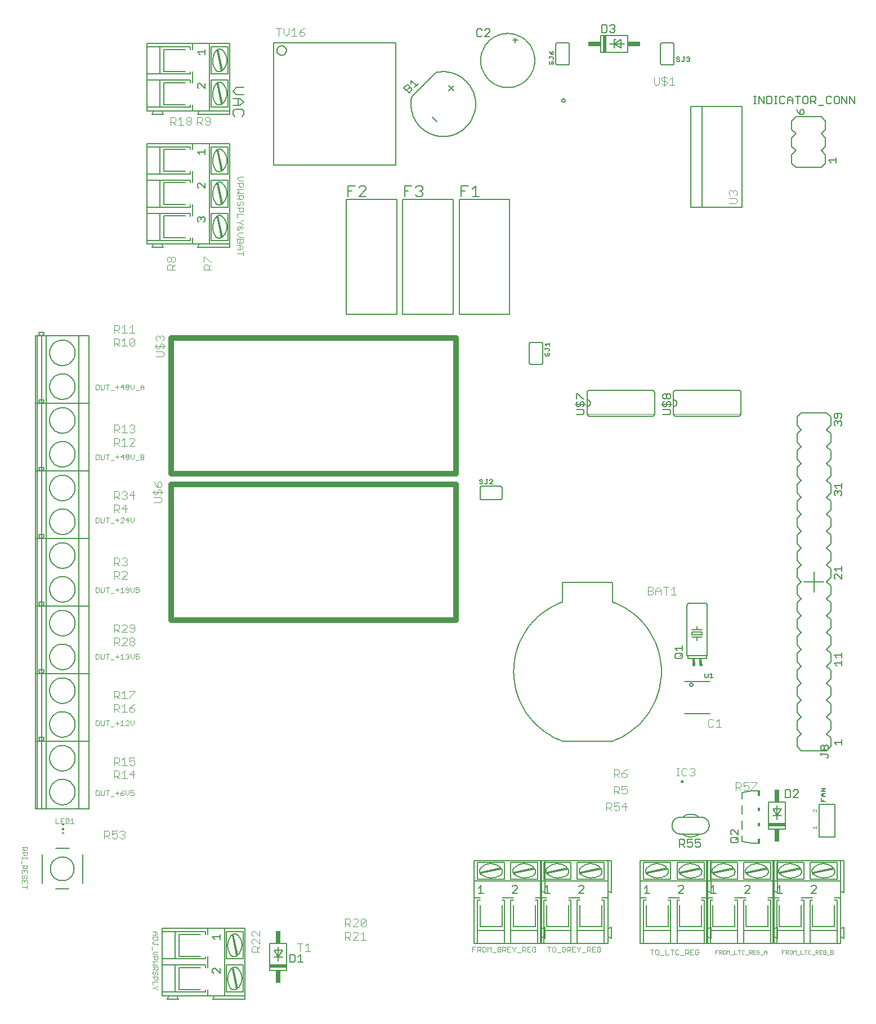
<source format=gto>
G75*
G70*
%OFA0B0*%
%FSLAX24Y24*%
%IPPOS*%
%LPD*%
%AMOC8*
5,1,8,0,0,1.08239X$1,22.5*
%
%ADD10C,0.0050*%
%ADD11C,0.0080*%
%ADD12C,0.0060*%
%ADD13C,0.0040*%
%ADD14C,0.0160*%
%ADD15R,0.0160X0.0230*%
%ADD16C,0.0070*%
%ADD17C,0.0020*%
%ADD18C,0.0030*%
%ADD19C,0.0320*%
%ADD20R,0.0150X0.0300*%
%ADD21R,0.0150X0.0200*%
%ADD22R,0.1000X0.0200*%
%ADD23R,0.0300X0.0750*%
%ADD24R,0.0200X0.1000*%
%ADD25R,0.0750X0.0300*%
%ADD26R,0.0118X0.0059*%
%ADD27R,0.0118X0.0118*%
D10*
X012682Y003103D02*
X012758Y003028D01*
X012682Y003103D02*
X012682Y003253D01*
X012758Y003328D01*
X012833Y003328D01*
X013133Y003028D01*
X013133Y003328D01*
X013133Y005028D02*
X013133Y005328D01*
X013133Y005178D02*
X012682Y005178D01*
X012833Y005028D01*
X017288Y004130D02*
X017514Y004130D01*
X017589Y004055D01*
X017589Y003754D01*
X017514Y003679D01*
X017288Y003679D01*
X017288Y004130D01*
X017749Y003980D02*
X017899Y004130D01*
X017899Y003679D01*
X017749Y003679D02*
X018049Y003679D01*
X028425Y007762D02*
X028725Y007762D01*
X028575Y007762D02*
X028575Y008212D01*
X028425Y008062D01*
X030425Y008137D02*
X030500Y008212D01*
X030650Y008212D01*
X030725Y008137D01*
X030725Y008062D01*
X030425Y007762D01*
X030725Y007762D01*
X032362Y007762D02*
X032662Y007762D01*
X032512Y007762D02*
X032512Y008212D01*
X032362Y008062D01*
X034362Y008137D02*
X034437Y008212D01*
X034587Y008212D01*
X034662Y008137D01*
X034662Y008062D01*
X034362Y007762D01*
X034662Y007762D01*
X038267Y007762D02*
X038567Y007762D01*
X038417Y007762D02*
X038417Y008212D01*
X038267Y008062D01*
X040267Y008137D02*
X040342Y008212D01*
X040492Y008212D01*
X040567Y008137D01*
X040567Y008062D01*
X040267Y007762D01*
X040567Y007762D01*
X042204Y007762D02*
X042504Y007762D01*
X042354Y007762D02*
X042354Y008212D01*
X042204Y008062D01*
X044204Y008137D02*
X044279Y008212D01*
X044429Y008212D01*
X044504Y008137D01*
X044504Y008062D01*
X044204Y007762D01*
X044504Y007762D01*
X046141Y007762D02*
X046441Y007762D01*
X046291Y007762D02*
X046291Y008212D01*
X046141Y008062D01*
X048141Y008137D02*
X048216Y008212D01*
X048366Y008212D01*
X048441Y008137D01*
X048441Y008062D01*
X048141Y007762D01*
X048441Y007762D01*
X043815Y010830D02*
X043740Y010755D01*
X043440Y010755D01*
X043365Y010830D01*
X043365Y010980D01*
X043440Y011055D01*
X043740Y011055D01*
X043815Y010980D01*
X043815Y010830D01*
X043665Y010905D02*
X043815Y011055D01*
X043815Y011216D02*
X043515Y011516D01*
X043440Y011516D01*
X043365Y011441D01*
X043365Y011291D01*
X043440Y011216D01*
X043815Y011216D02*
X043815Y011516D01*
X041564Y010940D02*
X041264Y010940D01*
X041264Y010714D01*
X041414Y010789D01*
X041489Y010789D01*
X041564Y010714D01*
X041564Y010564D01*
X041489Y010489D01*
X041339Y010489D01*
X041264Y010564D01*
X041104Y010564D02*
X041104Y010714D01*
X041029Y010789D01*
X040954Y010789D01*
X040804Y010714D01*
X040804Y010940D01*
X041104Y010940D01*
X041104Y010564D02*
X041029Y010489D01*
X040879Y010489D01*
X040804Y010564D01*
X040644Y010489D02*
X040494Y010639D01*
X040569Y010639D02*
X040343Y010639D01*
X040343Y010489D02*
X040343Y010940D01*
X040569Y010940D01*
X040644Y010864D01*
X040644Y010714D01*
X040569Y010639D01*
X040455Y014372D02*
X040457Y014385D01*
X040462Y014397D01*
X040471Y014408D01*
X040481Y014416D01*
X040494Y014420D01*
X040507Y014421D01*
X040520Y014418D01*
X040532Y014412D01*
X040542Y014403D01*
X040549Y014392D01*
X040553Y014379D01*
X040553Y014365D01*
X040549Y014352D01*
X040542Y014341D01*
X040532Y014332D01*
X040520Y014326D01*
X040507Y014323D01*
X040494Y014324D01*
X040481Y014328D01*
X040471Y014336D01*
X040462Y014347D01*
X040457Y014359D01*
X040455Y014372D01*
X046619Y013874D02*
X046619Y013423D01*
X046844Y013423D01*
X046919Y013498D01*
X046919Y013799D01*
X046844Y013874D01*
X046619Y013874D01*
X047079Y013799D02*
X047155Y013874D01*
X047305Y013874D01*
X047380Y013799D01*
X047380Y013724D01*
X047079Y013423D01*
X047380Y013423D01*
X048694Y015908D02*
X048694Y016058D01*
X048694Y015983D02*
X049070Y015983D01*
X049145Y015908D01*
X049145Y015833D01*
X049070Y015758D01*
X049070Y016219D02*
X048995Y016219D01*
X048919Y016294D01*
X048919Y016444D01*
X048995Y016519D01*
X049070Y016519D01*
X049145Y016444D01*
X049145Y016294D01*
X049070Y016219D01*
X048919Y016294D02*
X048844Y016219D01*
X048769Y016219D01*
X048694Y016294D01*
X048694Y016444D01*
X048769Y016519D01*
X048844Y016519D01*
X048919Y016444D01*
X049497Y016689D02*
X049948Y016689D01*
X049948Y016539D02*
X049948Y016840D01*
X049648Y016539D02*
X049497Y016689D01*
X049648Y021230D02*
X049497Y021380D01*
X049948Y021380D01*
X049948Y021230D02*
X049948Y021531D01*
X049948Y021691D02*
X049948Y021991D01*
X049948Y021841D02*
X049497Y021841D01*
X049648Y021691D01*
X048292Y025603D02*
X048292Y026784D01*
X047701Y026193D02*
X048882Y026193D01*
X049497Y026424D02*
X049573Y026348D01*
X049497Y026424D02*
X049497Y026574D01*
X049573Y026649D01*
X049648Y026649D01*
X049948Y026348D01*
X049948Y026649D01*
X049948Y026809D02*
X049948Y027109D01*
X049948Y026959D02*
X049497Y026959D01*
X049648Y026809D01*
X049573Y031270D02*
X049497Y031345D01*
X049497Y031495D01*
X049573Y031570D01*
X049648Y031570D01*
X049723Y031495D01*
X049798Y031570D01*
X049873Y031570D01*
X049948Y031495D01*
X049948Y031345D01*
X049873Y031270D01*
X049723Y031420D02*
X049723Y031495D01*
X049648Y031730D02*
X049497Y031880D01*
X049948Y031880D01*
X049948Y031730D02*
X049948Y032030D01*
X049873Y035404D02*
X049948Y035479D01*
X049948Y035629D01*
X049873Y035704D01*
X049798Y035704D01*
X049723Y035629D01*
X049723Y035554D01*
X049723Y035629D02*
X049648Y035704D01*
X049573Y035704D01*
X049497Y035629D01*
X049497Y035479D01*
X049573Y035404D01*
X049573Y035864D02*
X049497Y035939D01*
X049497Y036089D01*
X049573Y036164D01*
X049873Y036164D01*
X049948Y036089D01*
X049948Y035939D01*
X049873Y035864D01*
X049723Y035939D02*
X049723Y036164D01*
X049723Y035939D02*
X049648Y035864D01*
X049573Y035864D01*
X039881Y036700D02*
X039280Y036700D01*
X039355Y036775D02*
X039430Y036850D01*
X039355Y036775D02*
X039355Y036625D01*
X039430Y036550D01*
X039505Y036550D01*
X039581Y036625D01*
X039581Y036775D01*
X039656Y036850D01*
X039731Y036850D01*
X039806Y036775D01*
X039806Y036625D01*
X039731Y036550D01*
X039731Y036389D02*
X039355Y036389D01*
X039355Y036089D02*
X039731Y036089D01*
X039806Y036164D01*
X039806Y036314D01*
X039731Y036389D01*
X039731Y037010D02*
X039656Y037010D01*
X039581Y037085D01*
X039581Y037235D01*
X039656Y037310D01*
X039731Y037310D01*
X039806Y037235D01*
X039806Y037085D01*
X039731Y037010D01*
X039581Y037085D02*
X039505Y037010D01*
X039430Y037010D01*
X039355Y037085D01*
X039355Y037235D01*
X039430Y037310D01*
X039505Y037310D01*
X039581Y037235D01*
X034763Y036700D02*
X034162Y036700D01*
X034237Y036775D02*
X034312Y036850D01*
X034237Y036775D02*
X034237Y036625D01*
X034312Y036550D01*
X034387Y036550D01*
X034462Y036625D01*
X034462Y036775D01*
X034537Y036850D01*
X034613Y036850D01*
X034688Y036775D01*
X034688Y036625D01*
X034613Y036550D01*
X034613Y036389D02*
X034237Y036389D01*
X034237Y036089D02*
X034613Y036089D01*
X034688Y036164D01*
X034688Y036314D01*
X034613Y036389D01*
X034613Y037010D02*
X034688Y037010D01*
X034613Y037010D02*
X034312Y037310D01*
X034237Y037310D01*
X034237Y037010D01*
X040996Y048359D02*
X041666Y048359D01*
X041666Y054304D01*
X044028Y054304D01*
X044028Y048359D01*
X041666Y048359D01*
X040996Y048359D02*
X040996Y054304D01*
X041666Y054304D01*
X044738Y054475D02*
X044888Y054475D01*
X044813Y054475D02*
X044813Y054925D01*
X044738Y054925D02*
X044888Y054925D01*
X045045Y054925D02*
X045345Y054475D01*
X045345Y054925D01*
X045505Y054925D02*
X045505Y054475D01*
X045731Y054475D01*
X045806Y054550D01*
X045806Y054850D01*
X045731Y054925D01*
X045505Y054925D01*
X045045Y054925D02*
X045045Y054475D01*
X045966Y054475D02*
X046116Y054475D01*
X046041Y054475D02*
X046041Y054925D01*
X045966Y054925D02*
X046116Y054925D01*
X046273Y054850D02*
X046273Y054550D01*
X046348Y054475D01*
X046498Y054475D01*
X046573Y054550D01*
X046733Y054475D02*
X046733Y054775D01*
X046883Y054925D01*
X047033Y054775D01*
X047033Y054475D01*
X047033Y054700D02*
X046733Y054700D01*
X046573Y054850D02*
X046498Y054925D01*
X046348Y054925D01*
X046273Y054850D01*
X047193Y054925D02*
X047494Y054925D01*
X047344Y054925D02*
X047344Y054475D01*
X047654Y054550D02*
X047654Y054850D01*
X047729Y054925D01*
X047879Y054925D01*
X047954Y054850D01*
X047954Y054550D01*
X047879Y054475D01*
X047729Y054475D01*
X047654Y054550D01*
X047635Y054142D02*
X047560Y054142D01*
X047484Y054067D01*
X047484Y053842D01*
X047635Y053842D01*
X047710Y053917D01*
X047710Y054067D01*
X047635Y054142D01*
X047484Y053842D02*
X047334Y053992D01*
X047259Y054142D01*
X048114Y054475D02*
X048114Y054925D01*
X048339Y054925D01*
X048414Y054850D01*
X048414Y054700D01*
X048339Y054625D01*
X048114Y054625D01*
X048264Y054625D02*
X048414Y054475D01*
X048575Y054400D02*
X048875Y054400D01*
X049035Y054550D02*
X049110Y054475D01*
X049260Y054475D01*
X049335Y054550D01*
X049495Y054550D02*
X049570Y054475D01*
X049721Y054475D01*
X049796Y054550D01*
X049796Y054850D01*
X049721Y054925D01*
X049570Y054925D01*
X049495Y054850D01*
X049495Y054550D01*
X049335Y054850D02*
X049260Y054925D01*
X049110Y054925D01*
X049035Y054850D01*
X049035Y054550D01*
X049956Y054475D02*
X049956Y054925D01*
X050256Y054475D01*
X050256Y054925D01*
X050416Y054925D02*
X050716Y054475D01*
X050716Y054925D01*
X050416Y054925D02*
X050416Y054475D01*
X049610Y051292D02*
X049610Y050992D01*
X049610Y051142D02*
X049159Y051142D01*
X049309Y050992D01*
X036505Y058774D02*
X036505Y058849D01*
X036429Y058924D01*
X036354Y058924D01*
X036429Y058924D02*
X036505Y058999D01*
X036505Y059074D01*
X036429Y059149D01*
X036279Y059149D01*
X036204Y059074D01*
X036044Y059074D02*
X035969Y059149D01*
X035744Y059149D01*
X035744Y058699D01*
X035969Y058699D01*
X036044Y058774D01*
X036044Y059074D01*
X036204Y058774D02*
X036279Y058699D01*
X036429Y058699D01*
X036505Y058774D01*
X033369Y054674D02*
X033371Y054694D01*
X033377Y054712D01*
X033386Y054730D01*
X033398Y054745D01*
X033413Y054757D01*
X033431Y054766D01*
X033449Y054772D01*
X033469Y054774D01*
X033489Y054772D01*
X033507Y054766D01*
X033525Y054757D01*
X033540Y054745D01*
X033552Y054730D01*
X033561Y054712D01*
X033567Y054694D01*
X033569Y054674D01*
X033567Y054654D01*
X033561Y054636D01*
X033552Y054618D01*
X033540Y054603D01*
X033525Y054591D01*
X033507Y054582D01*
X033489Y054576D01*
X033469Y054574D01*
X033449Y054576D01*
X033431Y054582D01*
X033413Y054591D01*
X033398Y054603D01*
X033386Y054618D01*
X033377Y054636D01*
X033371Y054654D01*
X033369Y054674D01*
X029106Y058460D02*
X028805Y058460D01*
X029106Y058760D01*
X029106Y058835D01*
X029031Y058910D01*
X028881Y058910D01*
X028805Y058835D01*
X028645Y058835D02*
X028570Y058910D01*
X028420Y058910D01*
X028345Y058835D01*
X028345Y058535D01*
X028420Y058460D01*
X028570Y058460D01*
X028645Y058535D01*
X024868Y055655D02*
X024656Y055443D01*
X024762Y055549D02*
X024443Y055867D01*
X024443Y055655D01*
X024330Y055542D02*
X024330Y055436D01*
X024171Y055276D01*
X024330Y055117D02*
X024012Y055436D01*
X024171Y055595D01*
X024277Y055595D01*
X024330Y055542D01*
X024330Y055436D02*
X024436Y055436D01*
X024489Y055382D01*
X024489Y055276D01*
X024330Y055117D01*
X023556Y058103D02*
X016311Y058103D01*
X016311Y050859D01*
X023556Y050859D01*
X023556Y058103D01*
X016506Y057630D02*
X016508Y057663D01*
X016514Y057695D01*
X016523Y057727D01*
X016537Y057757D01*
X016553Y057785D01*
X016573Y057811D01*
X016596Y057835D01*
X016622Y057856D01*
X016650Y057873D01*
X016680Y057888D01*
X016711Y057898D01*
X016743Y057905D01*
X016776Y057908D01*
X016809Y057907D01*
X016841Y057902D01*
X016873Y057893D01*
X016904Y057881D01*
X016932Y057865D01*
X016959Y057846D01*
X016983Y057824D01*
X017005Y057799D01*
X017023Y057771D01*
X017038Y057742D01*
X017050Y057711D01*
X017058Y057679D01*
X017062Y057646D01*
X017062Y057614D01*
X017058Y057581D01*
X017050Y057549D01*
X017038Y057518D01*
X017023Y057489D01*
X017005Y057461D01*
X016983Y057436D01*
X016959Y057414D01*
X016932Y057395D01*
X016904Y057379D01*
X016873Y057367D01*
X016841Y057358D01*
X016809Y057353D01*
X016776Y057352D01*
X016743Y057355D01*
X016711Y057362D01*
X016680Y057372D01*
X016650Y057387D01*
X016622Y057404D01*
X016596Y057425D01*
X016573Y057449D01*
X016553Y057475D01*
X016537Y057503D01*
X016523Y057533D01*
X016514Y057565D01*
X016508Y057597D01*
X016506Y057630D01*
X012247Y057690D02*
X012247Y057390D01*
X012247Y057540D02*
X011797Y057540D01*
X011947Y057390D01*
X011947Y055690D02*
X011872Y055690D01*
X011797Y055615D01*
X011797Y055465D01*
X011872Y055390D01*
X011947Y055690D02*
X012247Y055390D01*
X012247Y055690D01*
X012247Y051781D02*
X012247Y051480D01*
X012247Y051630D02*
X011797Y051630D01*
X011947Y051480D01*
X011947Y049781D02*
X011872Y049781D01*
X011797Y049706D01*
X011797Y049555D01*
X011872Y049480D01*
X011947Y049781D02*
X012247Y049480D01*
X012247Y049781D01*
X012172Y047781D02*
X012097Y047781D01*
X012022Y047706D01*
X012022Y047630D01*
X012022Y047706D02*
X011947Y047781D01*
X011872Y047781D01*
X011797Y047706D01*
X011797Y047555D01*
X011872Y047480D01*
X012172Y047480D02*
X012247Y047555D01*
X012247Y047706D01*
X012172Y047781D01*
X040066Y022255D02*
X040517Y022255D01*
X040517Y022105D02*
X040517Y022405D01*
X040216Y022105D02*
X040066Y022255D01*
X040141Y021945D02*
X040066Y021869D01*
X040066Y021719D01*
X040141Y021644D01*
X040442Y021644D01*
X040517Y021719D01*
X040517Y021869D01*
X040442Y021945D01*
X040141Y021945D01*
X040367Y021794D02*
X040517Y021945D01*
D11*
X040642Y020288D02*
X042138Y020288D01*
X040940Y020103D02*
X040942Y020123D01*
X040948Y020141D01*
X040957Y020159D01*
X040969Y020174D01*
X040984Y020186D01*
X041002Y020195D01*
X041020Y020201D01*
X041040Y020203D01*
X041060Y020201D01*
X041078Y020195D01*
X041096Y020186D01*
X041111Y020174D01*
X041123Y020159D01*
X041132Y020141D01*
X041138Y020123D01*
X041140Y020103D01*
X041138Y020083D01*
X041132Y020065D01*
X041123Y020047D01*
X041111Y020032D01*
X041096Y020020D01*
X041078Y020011D01*
X041060Y020005D01*
X041040Y020003D01*
X041020Y020005D01*
X041002Y020011D01*
X040984Y020020D01*
X040969Y020032D01*
X040957Y020047D01*
X040948Y020065D01*
X040942Y020083D01*
X040940Y020103D01*
X040642Y018398D02*
X042138Y018398D01*
X036390Y016768D02*
X033398Y016768D01*
X036390Y016768D02*
X036589Y016846D01*
X036783Y016934D01*
X036974Y017031D01*
X037159Y017137D01*
X037339Y017253D01*
X037513Y017376D01*
X037680Y017509D01*
X037841Y017649D01*
X037996Y017797D01*
X038142Y017952D01*
X038281Y018115D01*
X038412Y018283D01*
X038534Y018459D01*
X038648Y018639D01*
X038753Y018826D01*
X038848Y019017D01*
X038934Y019212D01*
X039011Y019412D01*
X039078Y019614D01*
X039134Y019820D01*
X039181Y020029D01*
X039217Y020239D01*
X039243Y020451D01*
X039259Y020664D01*
X039264Y020878D01*
X039259Y021092D01*
X039243Y021305D01*
X039217Y021517D01*
X039181Y021727D01*
X039134Y021936D01*
X039078Y022142D01*
X039011Y022344D01*
X038934Y022544D01*
X038848Y022739D01*
X038753Y022930D01*
X038648Y023117D01*
X038534Y023297D01*
X038412Y023473D01*
X038281Y023641D01*
X038142Y023804D01*
X037996Y023959D01*
X037841Y024107D01*
X037680Y024247D01*
X037513Y024380D01*
X037339Y024503D01*
X037159Y024619D01*
X036974Y024725D01*
X036783Y024822D01*
X036589Y024910D01*
X036390Y024988D01*
X036390Y024989D02*
X036390Y026162D01*
X033398Y026162D01*
X033398Y024989D01*
X033398Y024988D02*
X033199Y024910D01*
X033005Y024822D01*
X032814Y024725D01*
X032629Y024619D01*
X032449Y024503D01*
X032275Y024380D01*
X032108Y024247D01*
X031947Y024107D01*
X031792Y023959D01*
X031646Y023804D01*
X031507Y023641D01*
X031376Y023473D01*
X031254Y023297D01*
X031140Y023117D01*
X031035Y022930D01*
X030940Y022739D01*
X030854Y022544D01*
X030777Y022344D01*
X030710Y022142D01*
X030654Y021936D01*
X030607Y021727D01*
X030571Y021517D01*
X030545Y021305D01*
X030529Y021092D01*
X030524Y020878D01*
X030529Y020664D01*
X030545Y020451D01*
X030571Y020239D01*
X030607Y020029D01*
X030654Y019820D01*
X030710Y019614D01*
X030777Y019412D01*
X030854Y019212D01*
X030940Y019017D01*
X031035Y018826D01*
X031140Y018639D01*
X031254Y018459D01*
X031376Y018283D01*
X031507Y018115D01*
X031646Y017952D01*
X031792Y017797D01*
X031947Y017649D01*
X032108Y017509D01*
X032275Y017376D01*
X032449Y017253D01*
X032629Y017137D01*
X032814Y017031D01*
X033005Y016934D01*
X033199Y016846D01*
X033398Y016768D01*
X029735Y031049D02*
X028635Y031049D01*
X028618Y031051D01*
X028601Y031055D01*
X028585Y031062D01*
X028571Y031072D01*
X028558Y031085D01*
X028548Y031099D01*
X028541Y031115D01*
X028537Y031132D01*
X028535Y031149D01*
X028535Y031749D01*
X028537Y031766D01*
X028541Y031783D01*
X028548Y031799D01*
X028558Y031813D01*
X028571Y031826D01*
X028585Y031836D01*
X028601Y031843D01*
X028618Y031847D01*
X028635Y031849D01*
X029735Y031849D01*
X029752Y031847D01*
X029769Y031843D01*
X029785Y031836D01*
X029799Y031826D01*
X029812Y031813D01*
X029822Y031799D01*
X029829Y031783D01*
X029833Y031766D01*
X029835Y031749D01*
X029835Y031149D01*
X029833Y031132D01*
X029829Y031115D01*
X029822Y031099D01*
X029812Y031085D01*
X029799Y031072D01*
X029785Y031062D01*
X029769Y031055D01*
X029752Y031051D01*
X029735Y031049D01*
X031543Y039067D02*
X032143Y039067D01*
X032160Y039069D01*
X032177Y039073D01*
X032193Y039080D01*
X032207Y039090D01*
X032220Y039103D01*
X032230Y039117D01*
X032237Y039133D01*
X032241Y039150D01*
X032243Y039167D01*
X032243Y040267D01*
X032241Y040284D01*
X032237Y040301D01*
X032230Y040317D01*
X032220Y040331D01*
X032207Y040344D01*
X032193Y040354D01*
X032177Y040361D01*
X032160Y040365D01*
X032143Y040367D01*
X031543Y040367D01*
X031526Y040365D01*
X031509Y040361D01*
X031493Y040354D01*
X031479Y040344D01*
X031466Y040331D01*
X031456Y040317D01*
X031449Y040301D01*
X031445Y040284D01*
X031443Y040267D01*
X031443Y039167D01*
X031445Y039150D01*
X031449Y039133D01*
X031456Y039117D01*
X031466Y039103D01*
X031479Y039090D01*
X031493Y039080D01*
X031509Y039073D01*
X031526Y039069D01*
X031543Y039067D01*
X033118Y056783D02*
X033718Y056783D01*
X033735Y056785D01*
X033752Y056789D01*
X033768Y056796D01*
X033782Y056806D01*
X033795Y056819D01*
X033805Y056833D01*
X033812Y056849D01*
X033816Y056866D01*
X033818Y056883D01*
X033818Y057983D01*
X033816Y058000D01*
X033812Y058017D01*
X033805Y058033D01*
X033795Y058047D01*
X033782Y058060D01*
X033768Y058070D01*
X033752Y058077D01*
X033735Y058081D01*
X033718Y058083D01*
X033118Y058083D01*
X033101Y058081D01*
X033084Y058077D01*
X033068Y058070D01*
X033054Y058060D01*
X033041Y058047D01*
X033031Y058033D01*
X033024Y058017D01*
X033020Y058000D01*
X033018Y057983D01*
X033018Y056883D01*
X033020Y056866D01*
X033024Y056849D01*
X033031Y056833D01*
X033041Y056819D01*
X033054Y056806D01*
X033068Y056796D01*
X033084Y056789D01*
X033101Y056785D01*
X033118Y056783D01*
X039219Y056883D02*
X039219Y057983D01*
X039221Y058000D01*
X039225Y058017D01*
X039232Y058033D01*
X039242Y058047D01*
X039255Y058060D01*
X039269Y058070D01*
X039285Y058077D01*
X039302Y058081D01*
X039319Y058083D01*
X039919Y058083D01*
X039936Y058081D01*
X039953Y058077D01*
X039969Y058070D01*
X039983Y058060D01*
X039996Y058047D01*
X040006Y058033D01*
X040013Y058017D01*
X040017Y058000D01*
X040019Y057983D01*
X040019Y056883D01*
X040017Y056866D01*
X040013Y056849D01*
X040006Y056833D01*
X039996Y056819D01*
X039983Y056806D01*
X039969Y056796D01*
X039953Y056789D01*
X039936Y056785D01*
X039919Y056783D01*
X039319Y056783D01*
X039302Y056785D01*
X039285Y056789D01*
X039269Y056796D01*
X039255Y056806D01*
X039242Y056819D01*
X039232Y056833D01*
X039225Y056849D01*
X039221Y056866D01*
X039219Y056883D01*
X005386Y040741D02*
X005386Y036741D01*
X004786Y036741D01*
X004595Y036741D01*
X003022Y036741D01*
X002828Y036741D01*
X002560Y036741D01*
X002315Y036741D01*
X002197Y036741D01*
X002197Y040741D01*
X002315Y040741D01*
X002315Y036741D01*
X002315Y036742D02*
X002197Y036742D01*
X002197Y032742D01*
X002315Y032742D01*
X002315Y036742D01*
X002482Y036742D01*
X002560Y036742D01*
X002560Y032742D01*
X002315Y032742D01*
X002315Y032744D02*
X002197Y032744D01*
X002197Y028744D01*
X002315Y028744D01*
X002315Y032744D01*
X002482Y032744D01*
X002560Y032744D01*
X002560Y028744D01*
X002315Y028744D01*
X002315Y028745D02*
X002197Y028745D01*
X002197Y024745D01*
X002315Y024745D01*
X002315Y028745D01*
X002482Y028745D01*
X002560Y028745D01*
X002560Y024745D01*
X002315Y024745D01*
X002315Y024747D02*
X002197Y024747D01*
X002197Y020747D01*
X002315Y020747D01*
X002315Y024747D01*
X002482Y024747D01*
X002560Y024747D01*
X002560Y020747D01*
X002315Y020747D01*
X002315Y020748D02*
X002197Y020748D01*
X002197Y016748D01*
X002315Y016748D01*
X002315Y020748D01*
X002482Y020748D01*
X002560Y020748D01*
X002560Y016748D01*
X002315Y016748D01*
X002315Y016750D02*
X002197Y016750D01*
X002197Y012750D01*
X002315Y012750D01*
X002315Y016750D01*
X002482Y016750D01*
X002560Y016750D01*
X002560Y012750D01*
X002315Y012750D01*
X002560Y012750D02*
X002828Y012750D01*
X003022Y012750D01*
X004595Y012750D01*
X004786Y012750D01*
X005386Y012750D01*
X005386Y016750D01*
X004786Y016750D01*
X004595Y016750D01*
X003022Y016750D01*
X002828Y016750D01*
X002828Y012750D01*
X003048Y013750D02*
X003050Y013804D01*
X003056Y013859D01*
X003066Y013912D01*
X003079Y013965D01*
X003097Y014016D01*
X003118Y014067D01*
X003142Y014115D01*
X003170Y014162D01*
X003202Y014206D01*
X003236Y014248D01*
X003274Y014288D01*
X003314Y014325D01*
X003357Y014358D01*
X003402Y014389D01*
X003449Y014416D01*
X003498Y014440D01*
X003548Y014460D01*
X003600Y014477D01*
X003653Y014489D01*
X003707Y014498D01*
X003761Y014503D01*
X003816Y014504D01*
X003870Y014501D01*
X003924Y014494D01*
X003977Y014483D01*
X004030Y014469D01*
X004081Y014450D01*
X004131Y014428D01*
X004179Y014403D01*
X004225Y014374D01*
X004269Y014342D01*
X004311Y014307D01*
X004349Y014269D01*
X004385Y014228D01*
X004418Y014184D01*
X004448Y014139D01*
X004474Y014091D01*
X004497Y014042D01*
X004517Y013991D01*
X004532Y013939D01*
X004544Y013885D01*
X004552Y013832D01*
X004556Y013777D01*
X004556Y013723D01*
X004552Y013668D01*
X004544Y013615D01*
X004532Y013561D01*
X004517Y013509D01*
X004497Y013458D01*
X004474Y013409D01*
X004448Y013361D01*
X004418Y013316D01*
X004385Y013272D01*
X004349Y013231D01*
X004311Y013193D01*
X004269Y013158D01*
X004225Y013126D01*
X004179Y013097D01*
X004131Y013072D01*
X004081Y013050D01*
X004030Y013031D01*
X003977Y013017D01*
X003924Y013006D01*
X003870Y012999D01*
X003816Y012996D01*
X003761Y012997D01*
X003707Y013002D01*
X003653Y013011D01*
X003600Y013023D01*
X003548Y013040D01*
X003498Y013060D01*
X003449Y013084D01*
X003402Y013111D01*
X003357Y013142D01*
X003314Y013175D01*
X003274Y013212D01*
X003236Y013252D01*
X003202Y013294D01*
X003170Y013338D01*
X003142Y013385D01*
X003118Y013433D01*
X003097Y013484D01*
X003079Y013535D01*
X003066Y013588D01*
X003056Y013641D01*
X003050Y013696D01*
X003048Y013750D01*
X003048Y015750D02*
X003050Y015804D01*
X003056Y015859D01*
X003066Y015912D01*
X003079Y015965D01*
X003097Y016016D01*
X003118Y016067D01*
X003142Y016115D01*
X003170Y016162D01*
X003202Y016206D01*
X003236Y016248D01*
X003274Y016288D01*
X003314Y016325D01*
X003357Y016358D01*
X003402Y016389D01*
X003449Y016416D01*
X003498Y016440D01*
X003548Y016460D01*
X003600Y016477D01*
X003653Y016489D01*
X003707Y016498D01*
X003761Y016503D01*
X003816Y016504D01*
X003870Y016501D01*
X003924Y016494D01*
X003977Y016483D01*
X004030Y016469D01*
X004081Y016450D01*
X004131Y016428D01*
X004179Y016403D01*
X004225Y016374D01*
X004269Y016342D01*
X004311Y016307D01*
X004349Y016269D01*
X004385Y016228D01*
X004418Y016184D01*
X004448Y016139D01*
X004474Y016091D01*
X004497Y016042D01*
X004517Y015991D01*
X004532Y015939D01*
X004544Y015885D01*
X004552Y015832D01*
X004556Y015777D01*
X004556Y015723D01*
X004552Y015668D01*
X004544Y015615D01*
X004532Y015561D01*
X004517Y015509D01*
X004497Y015458D01*
X004474Y015409D01*
X004448Y015361D01*
X004418Y015316D01*
X004385Y015272D01*
X004349Y015231D01*
X004311Y015193D01*
X004269Y015158D01*
X004225Y015126D01*
X004179Y015097D01*
X004131Y015072D01*
X004081Y015050D01*
X004030Y015031D01*
X003977Y015017D01*
X003924Y015006D01*
X003870Y014999D01*
X003816Y014996D01*
X003761Y014997D01*
X003707Y015002D01*
X003653Y015011D01*
X003600Y015023D01*
X003548Y015040D01*
X003498Y015060D01*
X003449Y015084D01*
X003402Y015111D01*
X003357Y015142D01*
X003314Y015175D01*
X003274Y015212D01*
X003236Y015252D01*
X003202Y015294D01*
X003170Y015338D01*
X003142Y015385D01*
X003118Y015433D01*
X003097Y015484D01*
X003079Y015535D01*
X003066Y015588D01*
X003056Y015641D01*
X003050Y015696D01*
X003048Y015750D01*
X003022Y016748D02*
X004595Y016748D01*
X004786Y016748D01*
X005386Y016748D01*
X005386Y020748D01*
X004786Y020748D01*
X004595Y020748D01*
X003022Y020748D01*
X002828Y020748D01*
X002828Y016748D01*
X002560Y016748D01*
X002560Y016750D02*
X002645Y016750D01*
X002828Y016750D01*
X002828Y016748D02*
X003022Y016748D01*
X002704Y016871D02*
X002645Y016801D01*
X002645Y016750D01*
X002704Y016871D02*
X002704Y016974D01*
X002423Y016974D01*
X002423Y016871D01*
X002482Y016801D01*
X002482Y016750D01*
X003048Y017748D02*
X003050Y017802D01*
X003056Y017857D01*
X003066Y017910D01*
X003079Y017963D01*
X003097Y018014D01*
X003118Y018065D01*
X003142Y018113D01*
X003170Y018160D01*
X003202Y018204D01*
X003236Y018246D01*
X003274Y018286D01*
X003314Y018323D01*
X003357Y018356D01*
X003402Y018387D01*
X003449Y018414D01*
X003498Y018438D01*
X003548Y018458D01*
X003600Y018475D01*
X003653Y018487D01*
X003707Y018496D01*
X003761Y018501D01*
X003816Y018502D01*
X003870Y018499D01*
X003924Y018492D01*
X003977Y018481D01*
X004030Y018467D01*
X004081Y018448D01*
X004131Y018426D01*
X004179Y018401D01*
X004225Y018372D01*
X004269Y018340D01*
X004311Y018305D01*
X004349Y018267D01*
X004385Y018226D01*
X004418Y018182D01*
X004448Y018137D01*
X004474Y018089D01*
X004497Y018040D01*
X004517Y017989D01*
X004532Y017937D01*
X004544Y017883D01*
X004552Y017830D01*
X004556Y017775D01*
X004556Y017721D01*
X004552Y017666D01*
X004544Y017613D01*
X004532Y017559D01*
X004517Y017507D01*
X004497Y017456D01*
X004474Y017407D01*
X004448Y017359D01*
X004418Y017314D01*
X004385Y017270D01*
X004349Y017229D01*
X004311Y017191D01*
X004269Y017156D01*
X004225Y017124D01*
X004179Y017095D01*
X004131Y017070D01*
X004081Y017048D01*
X004030Y017029D01*
X003977Y017015D01*
X003924Y017004D01*
X003870Y016997D01*
X003816Y016994D01*
X003761Y016995D01*
X003707Y017000D01*
X003653Y017009D01*
X003600Y017021D01*
X003548Y017038D01*
X003498Y017058D01*
X003449Y017082D01*
X003402Y017109D01*
X003357Y017140D01*
X003314Y017173D01*
X003274Y017210D01*
X003236Y017250D01*
X003202Y017292D01*
X003170Y017336D01*
X003142Y017383D01*
X003118Y017431D01*
X003097Y017482D01*
X003079Y017533D01*
X003066Y017586D01*
X003056Y017639D01*
X003050Y017694D01*
X003048Y017748D01*
X004786Y016750D02*
X004786Y012750D01*
X004196Y010405D02*
X003392Y010405D01*
X002592Y010055D02*
X002592Y008355D01*
X003392Y008005D02*
X004185Y008005D01*
X004992Y008355D02*
X004992Y010055D01*
X003092Y009205D02*
X003094Y009257D01*
X003100Y009309D01*
X003110Y009361D01*
X003123Y009411D01*
X003140Y009461D01*
X003161Y009509D01*
X003186Y009555D01*
X003214Y009599D01*
X003245Y009641D01*
X003279Y009681D01*
X003316Y009718D01*
X003356Y009752D01*
X003398Y009783D01*
X003442Y009811D01*
X003488Y009836D01*
X003536Y009857D01*
X003586Y009874D01*
X003636Y009887D01*
X003688Y009897D01*
X003740Y009903D01*
X003792Y009905D01*
X003844Y009903D01*
X003896Y009897D01*
X003948Y009887D01*
X003998Y009874D01*
X004048Y009857D01*
X004096Y009836D01*
X004142Y009811D01*
X004186Y009783D01*
X004228Y009752D01*
X004268Y009718D01*
X004305Y009681D01*
X004339Y009641D01*
X004370Y009599D01*
X004398Y009555D01*
X004423Y009509D01*
X004444Y009461D01*
X004461Y009411D01*
X004474Y009361D01*
X004484Y009309D01*
X004490Y009257D01*
X004492Y009205D01*
X004490Y009153D01*
X004484Y009101D01*
X004474Y009049D01*
X004461Y008999D01*
X004444Y008949D01*
X004423Y008901D01*
X004398Y008855D01*
X004370Y008811D01*
X004339Y008769D01*
X004305Y008729D01*
X004268Y008692D01*
X004228Y008658D01*
X004186Y008627D01*
X004142Y008599D01*
X004096Y008574D01*
X004048Y008553D01*
X003998Y008536D01*
X003948Y008523D01*
X003896Y008513D01*
X003844Y008507D01*
X003792Y008505D01*
X003740Y008507D01*
X003688Y008513D01*
X003636Y008523D01*
X003586Y008536D01*
X003536Y008553D01*
X003488Y008574D01*
X003442Y008599D01*
X003398Y008627D01*
X003356Y008658D01*
X003316Y008692D01*
X003279Y008729D01*
X003245Y008769D01*
X003214Y008811D01*
X003186Y008855D01*
X003161Y008901D01*
X003140Y008949D01*
X003123Y008999D01*
X003110Y009049D01*
X003100Y009101D01*
X003094Y009153D01*
X003092Y009205D01*
X004786Y016748D02*
X004786Y020748D01*
X004786Y020747D02*
X005386Y020747D01*
X005386Y024747D01*
X004786Y024747D01*
X004595Y024747D01*
X003022Y024747D01*
X002828Y024747D01*
X002828Y020747D01*
X002560Y020747D01*
X002560Y020748D02*
X002645Y020748D01*
X002828Y020748D01*
X002828Y020747D02*
X003022Y020747D01*
X004595Y020747D01*
X004786Y020747D01*
X004786Y024747D01*
X004786Y024745D02*
X005386Y024745D01*
X005386Y028745D01*
X004786Y028745D01*
X004595Y028745D01*
X003022Y028745D01*
X002828Y028745D01*
X002828Y024745D01*
X002560Y024745D01*
X002560Y024747D02*
X002645Y024747D01*
X002828Y024747D01*
X002828Y024745D02*
X003022Y024745D01*
X004595Y024745D01*
X004786Y024745D01*
X004786Y028745D01*
X004786Y028744D02*
X005386Y028744D01*
X005386Y032744D01*
X004786Y032744D01*
X004595Y032744D01*
X003022Y032744D01*
X002828Y032744D01*
X002828Y028744D01*
X002560Y028744D01*
X002560Y028745D02*
X002645Y028745D01*
X002828Y028745D01*
X002828Y028744D02*
X003022Y028744D01*
X004595Y028744D01*
X004786Y028744D01*
X004786Y032744D01*
X004786Y032742D02*
X005386Y032742D01*
X005386Y036742D01*
X004786Y036742D01*
X004595Y036742D01*
X003022Y036742D01*
X002828Y036742D01*
X002828Y032742D01*
X002560Y032742D01*
X002560Y032744D02*
X002645Y032744D01*
X002828Y032744D01*
X002828Y032742D02*
X003022Y032742D01*
X004595Y032742D01*
X004786Y032742D01*
X004786Y036742D01*
X004786Y036741D02*
X004786Y040741D01*
X005386Y040741D01*
X004786Y040741D02*
X004595Y040741D01*
X003022Y040741D01*
X002828Y040741D01*
X002828Y036741D01*
X002828Y036742D02*
X002645Y036742D01*
X002560Y036742D01*
X002560Y036741D02*
X002560Y040741D01*
X002482Y040741D01*
X002315Y040741D01*
X002423Y040862D02*
X002482Y040792D01*
X002482Y040741D01*
X002560Y040741D02*
X002645Y040741D01*
X002828Y040741D01*
X002704Y040862D02*
X002645Y040792D01*
X002645Y040741D01*
X002704Y040862D02*
X002704Y040965D01*
X002423Y040965D01*
X002423Y040862D01*
X003048Y039741D02*
X003050Y039795D01*
X003056Y039850D01*
X003066Y039903D01*
X003079Y039956D01*
X003097Y040007D01*
X003118Y040058D01*
X003142Y040106D01*
X003170Y040153D01*
X003202Y040197D01*
X003236Y040239D01*
X003274Y040279D01*
X003314Y040316D01*
X003357Y040349D01*
X003402Y040380D01*
X003449Y040407D01*
X003498Y040431D01*
X003548Y040451D01*
X003600Y040468D01*
X003653Y040480D01*
X003707Y040489D01*
X003761Y040494D01*
X003816Y040495D01*
X003870Y040492D01*
X003924Y040485D01*
X003977Y040474D01*
X004030Y040460D01*
X004081Y040441D01*
X004131Y040419D01*
X004179Y040394D01*
X004225Y040365D01*
X004269Y040333D01*
X004311Y040298D01*
X004349Y040260D01*
X004385Y040219D01*
X004418Y040175D01*
X004448Y040130D01*
X004474Y040082D01*
X004497Y040033D01*
X004517Y039982D01*
X004532Y039930D01*
X004544Y039876D01*
X004552Y039823D01*
X004556Y039768D01*
X004556Y039714D01*
X004552Y039659D01*
X004544Y039606D01*
X004532Y039552D01*
X004517Y039500D01*
X004497Y039449D01*
X004474Y039400D01*
X004448Y039352D01*
X004418Y039307D01*
X004385Y039263D01*
X004349Y039222D01*
X004311Y039184D01*
X004269Y039149D01*
X004225Y039117D01*
X004179Y039088D01*
X004131Y039063D01*
X004081Y039041D01*
X004030Y039022D01*
X003977Y039008D01*
X003924Y038997D01*
X003870Y038990D01*
X003816Y038987D01*
X003761Y038988D01*
X003707Y038993D01*
X003653Y039002D01*
X003600Y039014D01*
X003548Y039031D01*
X003498Y039051D01*
X003449Y039075D01*
X003402Y039102D01*
X003357Y039133D01*
X003314Y039166D01*
X003274Y039203D01*
X003236Y039243D01*
X003202Y039285D01*
X003170Y039329D01*
X003142Y039376D01*
X003118Y039424D01*
X003097Y039475D01*
X003079Y039526D01*
X003066Y039579D01*
X003056Y039632D01*
X003050Y039687D01*
X003048Y039741D01*
X003048Y037741D02*
X003050Y037795D01*
X003056Y037850D01*
X003066Y037903D01*
X003079Y037956D01*
X003097Y038007D01*
X003118Y038058D01*
X003142Y038106D01*
X003170Y038153D01*
X003202Y038197D01*
X003236Y038239D01*
X003274Y038279D01*
X003314Y038316D01*
X003357Y038349D01*
X003402Y038380D01*
X003449Y038407D01*
X003498Y038431D01*
X003548Y038451D01*
X003600Y038468D01*
X003653Y038480D01*
X003707Y038489D01*
X003761Y038494D01*
X003816Y038495D01*
X003870Y038492D01*
X003924Y038485D01*
X003977Y038474D01*
X004030Y038460D01*
X004081Y038441D01*
X004131Y038419D01*
X004179Y038394D01*
X004225Y038365D01*
X004269Y038333D01*
X004311Y038298D01*
X004349Y038260D01*
X004385Y038219D01*
X004418Y038175D01*
X004448Y038130D01*
X004474Y038082D01*
X004497Y038033D01*
X004517Y037982D01*
X004532Y037930D01*
X004544Y037876D01*
X004552Y037823D01*
X004556Y037768D01*
X004556Y037714D01*
X004552Y037659D01*
X004544Y037606D01*
X004532Y037552D01*
X004517Y037500D01*
X004497Y037449D01*
X004474Y037400D01*
X004448Y037352D01*
X004418Y037307D01*
X004385Y037263D01*
X004349Y037222D01*
X004311Y037184D01*
X004269Y037149D01*
X004225Y037117D01*
X004179Y037088D01*
X004131Y037063D01*
X004081Y037041D01*
X004030Y037022D01*
X003977Y037008D01*
X003924Y036997D01*
X003870Y036990D01*
X003816Y036987D01*
X003761Y036988D01*
X003707Y036993D01*
X003653Y037002D01*
X003600Y037014D01*
X003548Y037031D01*
X003498Y037051D01*
X003449Y037075D01*
X003402Y037102D01*
X003357Y037133D01*
X003314Y037166D01*
X003274Y037203D01*
X003236Y037243D01*
X003202Y037285D01*
X003170Y037329D01*
X003142Y037376D01*
X003118Y037424D01*
X003097Y037475D01*
X003079Y037526D01*
X003066Y037579D01*
X003056Y037632D01*
X003050Y037687D01*
X003048Y037741D01*
X002704Y036967D02*
X002423Y036967D01*
X002423Y036863D01*
X002482Y036793D01*
X002482Y036742D01*
X002645Y036742D02*
X002645Y036793D01*
X002704Y036863D01*
X002704Y036967D01*
X003048Y035742D02*
X003050Y035796D01*
X003056Y035851D01*
X003066Y035904D01*
X003079Y035957D01*
X003097Y036008D01*
X003118Y036059D01*
X003142Y036107D01*
X003170Y036154D01*
X003202Y036198D01*
X003236Y036240D01*
X003274Y036280D01*
X003314Y036317D01*
X003357Y036350D01*
X003402Y036381D01*
X003449Y036408D01*
X003498Y036432D01*
X003548Y036452D01*
X003600Y036469D01*
X003653Y036481D01*
X003707Y036490D01*
X003761Y036495D01*
X003816Y036496D01*
X003870Y036493D01*
X003924Y036486D01*
X003977Y036475D01*
X004030Y036461D01*
X004081Y036442D01*
X004131Y036420D01*
X004179Y036395D01*
X004225Y036366D01*
X004269Y036334D01*
X004311Y036299D01*
X004349Y036261D01*
X004385Y036220D01*
X004418Y036176D01*
X004448Y036131D01*
X004474Y036083D01*
X004497Y036034D01*
X004517Y035983D01*
X004532Y035931D01*
X004544Y035877D01*
X004552Y035824D01*
X004556Y035769D01*
X004556Y035715D01*
X004552Y035660D01*
X004544Y035607D01*
X004532Y035553D01*
X004517Y035501D01*
X004497Y035450D01*
X004474Y035401D01*
X004448Y035353D01*
X004418Y035308D01*
X004385Y035264D01*
X004349Y035223D01*
X004311Y035185D01*
X004269Y035150D01*
X004225Y035118D01*
X004179Y035089D01*
X004131Y035064D01*
X004081Y035042D01*
X004030Y035023D01*
X003977Y035009D01*
X003924Y034998D01*
X003870Y034991D01*
X003816Y034988D01*
X003761Y034989D01*
X003707Y034994D01*
X003653Y035003D01*
X003600Y035015D01*
X003548Y035032D01*
X003498Y035052D01*
X003449Y035076D01*
X003402Y035103D01*
X003357Y035134D01*
X003314Y035167D01*
X003274Y035204D01*
X003236Y035244D01*
X003202Y035286D01*
X003170Y035330D01*
X003142Y035377D01*
X003118Y035425D01*
X003097Y035476D01*
X003079Y035527D01*
X003066Y035580D01*
X003056Y035633D01*
X003050Y035688D01*
X003048Y035742D01*
X003048Y033742D02*
X003050Y033796D01*
X003056Y033851D01*
X003066Y033904D01*
X003079Y033957D01*
X003097Y034008D01*
X003118Y034059D01*
X003142Y034107D01*
X003170Y034154D01*
X003202Y034198D01*
X003236Y034240D01*
X003274Y034280D01*
X003314Y034317D01*
X003357Y034350D01*
X003402Y034381D01*
X003449Y034408D01*
X003498Y034432D01*
X003548Y034452D01*
X003600Y034469D01*
X003653Y034481D01*
X003707Y034490D01*
X003761Y034495D01*
X003816Y034496D01*
X003870Y034493D01*
X003924Y034486D01*
X003977Y034475D01*
X004030Y034461D01*
X004081Y034442D01*
X004131Y034420D01*
X004179Y034395D01*
X004225Y034366D01*
X004269Y034334D01*
X004311Y034299D01*
X004349Y034261D01*
X004385Y034220D01*
X004418Y034176D01*
X004448Y034131D01*
X004474Y034083D01*
X004497Y034034D01*
X004517Y033983D01*
X004532Y033931D01*
X004544Y033877D01*
X004552Y033824D01*
X004556Y033769D01*
X004556Y033715D01*
X004552Y033660D01*
X004544Y033607D01*
X004532Y033553D01*
X004517Y033501D01*
X004497Y033450D01*
X004474Y033401D01*
X004448Y033353D01*
X004418Y033308D01*
X004385Y033264D01*
X004349Y033223D01*
X004311Y033185D01*
X004269Y033150D01*
X004225Y033118D01*
X004179Y033089D01*
X004131Y033064D01*
X004081Y033042D01*
X004030Y033023D01*
X003977Y033009D01*
X003924Y032998D01*
X003870Y032991D01*
X003816Y032988D01*
X003761Y032989D01*
X003707Y032994D01*
X003653Y033003D01*
X003600Y033015D01*
X003548Y033032D01*
X003498Y033052D01*
X003449Y033076D01*
X003402Y033103D01*
X003357Y033134D01*
X003314Y033167D01*
X003274Y033204D01*
X003236Y033244D01*
X003202Y033286D01*
X003170Y033330D01*
X003142Y033377D01*
X003118Y033425D01*
X003097Y033476D01*
X003079Y033527D01*
X003066Y033580D01*
X003056Y033633D01*
X003050Y033688D01*
X003048Y033742D01*
X002704Y032968D02*
X002423Y032968D01*
X002423Y032865D01*
X002482Y032795D01*
X002482Y032744D01*
X002645Y032744D02*
X002645Y032795D01*
X002704Y032865D01*
X002704Y032968D01*
X003048Y031744D02*
X003050Y031798D01*
X003056Y031853D01*
X003066Y031906D01*
X003079Y031959D01*
X003097Y032010D01*
X003118Y032061D01*
X003142Y032109D01*
X003170Y032156D01*
X003202Y032200D01*
X003236Y032242D01*
X003274Y032282D01*
X003314Y032319D01*
X003357Y032352D01*
X003402Y032383D01*
X003449Y032410D01*
X003498Y032434D01*
X003548Y032454D01*
X003600Y032471D01*
X003653Y032483D01*
X003707Y032492D01*
X003761Y032497D01*
X003816Y032498D01*
X003870Y032495D01*
X003924Y032488D01*
X003977Y032477D01*
X004030Y032463D01*
X004081Y032444D01*
X004131Y032422D01*
X004179Y032397D01*
X004225Y032368D01*
X004269Y032336D01*
X004311Y032301D01*
X004349Y032263D01*
X004385Y032222D01*
X004418Y032178D01*
X004448Y032133D01*
X004474Y032085D01*
X004497Y032036D01*
X004517Y031985D01*
X004532Y031933D01*
X004544Y031879D01*
X004552Y031826D01*
X004556Y031771D01*
X004556Y031717D01*
X004552Y031662D01*
X004544Y031609D01*
X004532Y031555D01*
X004517Y031503D01*
X004497Y031452D01*
X004474Y031403D01*
X004448Y031355D01*
X004418Y031310D01*
X004385Y031266D01*
X004349Y031225D01*
X004311Y031187D01*
X004269Y031152D01*
X004225Y031120D01*
X004179Y031091D01*
X004131Y031066D01*
X004081Y031044D01*
X004030Y031025D01*
X003977Y031011D01*
X003924Y031000D01*
X003870Y030993D01*
X003816Y030990D01*
X003761Y030991D01*
X003707Y030996D01*
X003653Y031005D01*
X003600Y031017D01*
X003548Y031034D01*
X003498Y031054D01*
X003449Y031078D01*
X003402Y031105D01*
X003357Y031136D01*
X003314Y031169D01*
X003274Y031206D01*
X003236Y031246D01*
X003202Y031288D01*
X003170Y031332D01*
X003142Y031379D01*
X003118Y031427D01*
X003097Y031478D01*
X003079Y031529D01*
X003066Y031582D01*
X003056Y031635D01*
X003050Y031690D01*
X003048Y031744D01*
X003048Y029744D02*
X003050Y029798D01*
X003056Y029853D01*
X003066Y029906D01*
X003079Y029959D01*
X003097Y030010D01*
X003118Y030061D01*
X003142Y030109D01*
X003170Y030156D01*
X003202Y030200D01*
X003236Y030242D01*
X003274Y030282D01*
X003314Y030319D01*
X003357Y030352D01*
X003402Y030383D01*
X003449Y030410D01*
X003498Y030434D01*
X003548Y030454D01*
X003600Y030471D01*
X003653Y030483D01*
X003707Y030492D01*
X003761Y030497D01*
X003816Y030498D01*
X003870Y030495D01*
X003924Y030488D01*
X003977Y030477D01*
X004030Y030463D01*
X004081Y030444D01*
X004131Y030422D01*
X004179Y030397D01*
X004225Y030368D01*
X004269Y030336D01*
X004311Y030301D01*
X004349Y030263D01*
X004385Y030222D01*
X004418Y030178D01*
X004448Y030133D01*
X004474Y030085D01*
X004497Y030036D01*
X004517Y029985D01*
X004532Y029933D01*
X004544Y029879D01*
X004552Y029826D01*
X004556Y029771D01*
X004556Y029717D01*
X004552Y029662D01*
X004544Y029609D01*
X004532Y029555D01*
X004517Y029503D01*
X004497Y029452D01*
X004474Y029403D01*
X004448Y029355D01*
X004418Y029310D01*
X004385Y029266D01*
X004349Y029225D01*
X004311Y029187D01*
X004269Y029152D01*
X004225Y029120D01*
X004179Y029091D01*
X004131Y029066D01*
X004081Y029044D01*
X004030Y029025D01*
X003977Y029011D01*
X003924Y029000D01*
X003870Y028993D01*
X003816Y028990D01*
X003761Y028991D01*
X003707Y028996D01*
X003653Y029005D01*
X003600Y029017D01*
X003548Y029034D01*
X003498Y029054D01*
X003449Y029078D01*
X003402Y029105D01*
X003357Y029136D01*
X003314Y029169D01*
X003274Y029206D01*
X003236Y029246D01*
X003202Y029288D01*
X003170Y029332D01*
X003142Y029379D01*
X003118Y029427D01*
X003097Y029478D01*
X003079Y029529D01*
X003066Y029582D01*
X003056Y029635D01*
X003050Y029690D01*
X003048Y029744D01*
X002704Y028970D02*
X002423Y028970D01*
X002423Y028866D01*
X002482Y028796D01*
X002482Y028745D01*
X002645Y028745D02*
X002645Y028796D01*
X002704Y028866D01*
X002704Y028970D01*
X003048Y027745D02*
X003050Y027799D01*
X003056Y027854D01*
X003066Y027907D01*
X003079Y027960D01*
X003097Y028011D01*
X003118Y028062D01*
X003142Y028110D01*
X003170Y028157D01*
X003202Y028201D01*
X003236Y028243D01*
X003274Y028283D01*
X003314Y028320D01*
X003357Y028353D01*
X003402Y028384D01*
X003449Y028411D01*
X003498Y028435D01*
X003548Y028455D01*
X003600Y028472D01*
X003653Y028484D01*
X003707Y028493D01*
X003761Y028498D01*
X003816Y028499D01*
X003870Y028496D01*
X003924Y028489D01*
X003977Y028478D01*
X004030Y028464D01*
X004081Y028445D01*
X004131Y028423D01*
X004179Y028398D01*
X004225Y028369D01*
X004269Y028337D01*
X004311Y028302D01*
X004349Y028264D01*
X004385Y028223D01*
X004418Y028179D01*
X004448Y028134D01*
X004474Y028086D01*
X004497Y028037D01*
X004517Y027986D01*
X004532Y027934D01*
X004544Y027880D01*
X004552Y027827D01*
X004556Y027772D01*
X004556Y027718D01*
X004552Y027663D01*
X004544Y027610D01*
X004532Y027556D01*
X004517Y027504D01*
X004497Y027453D01*
X004474Y027404D01*
X004448Y027356D01*
X004418Y027311D01*
X004385Y027267D01*
X004349Y027226D01*
X004311Y027188D01*
X004269Y027153D01*
X004225Y027121D01*
X004179Y027092D01*
X004131Y027067D01*
X004081Y027045D01*
X004030Y027026D01*
X003977Y027012D01*
X003924Y027001D01*
X003870Y026994D01*
X003816Y026991D01*
X003761Y026992D01*
X003707Y026997D01*
X003653Y027006D01*
X003600Y027018D01*
X003548Y027035D01*
X003498Y027055D01*
X003449Y027079D01*
X003402Y027106D01*
X003357Y027137D01*
X003314Y027170D01*
X003274Y027207D01*
X003236Y027247D01*
X003202Y027289D01*
X003170Y027333D01*
X003142Y027380D01*
X003118Y027428D01*
X003097Y027479D01*
X003079Y027530D01*
X003066Y027583D01*
X003056Y027636D01*
X003050Y027691D01*
X003048Y027745D01*
X003048Y025745D02*
X003050Y025799D01*
X003056Y025854D01*
X003066Y025907D01*
X003079Y025960D01*
X003097Y026011D01*
X003118Y026062D01*
X003142Y026110D01*
X003170Y026157D01*
X003202Y026201D01*
X003236Y026243D01*
X003274Y026283D01*
X003314Y026320D01*
X003357Y026353D01*
X003402Y026384D01*
X003449Y026411D01*
X003498Y026435D01*
X003548Y026455D01*
X003600Y026472D01*
X003653Y026484D01*
X003707Y026493D01*
X003761Y026498D01*
X003816Y026499D01*
X003870Y026496D01*
X003924Y026489D01*
X003977Y026478D01*
X004030Y026464D01*
X004081Y026445D01*
X004131Y026423D01*
X004179Y026398D01*
X004225Y026369D01*
X004269Y026337D01*
X004311Y026302D01*
X004349Y026264D01*
X004385Y026223D01*
X004418Y026179D01*
X004448Y026134D01*
X004474Y026086D01*
X004497Y026037D01*
X004517Y025986D01*
X004532Y025934D01*
X004544Y025880D01*
X004552Y025827D01*
X004556Y025772D01*
X004556Y025718D01*
X004552Y025663D01*
X004544Y025610D01*
X004532Y025556D01*
X004517Y025504D01*
X004497Y025453D01*
X004474Y025404D01*
X004448Y025356D01*
X004418Y025311D01*
X004385Y025267D01*
X004349Y025226D01*
X004311Y025188D01*
X004269Y025153D01*
X004225Y025121D01*
X004179Y025092D01*
X004131Y025067D01*
X004081Y025045D01*
X004030Y025026D01*
X003977Y025012D01*
X003924Y025001D01*
X003870Y024994D01*
X003816Y024991D01*
X003761Y024992D01*
X003707Y024997D01*
X003653Y025006D01*
X003600Y025018D01*
X003548Y025035D01*
X003498Y025055D01*
X003449Y025079D01*
X003402Y025106D01*
X003357Y025137D01*
X003314Y025170D01*
X003274Y025207D01*
X003236Y025247D01*
X003202Y025289D01*
X003170Y025333D01*
X003142Y025380D01*
X003118Y025428D01*
X003097Y025479D01*
X003079Y025530D01*
X003066Y025583D01*
X003056Y025636D01*
X003050Y025691D01*
X003048Y025745D01*
X002704Y024971D02*
X002423Y024971D01*
X002423Y024868D01*
X002482Y024798D01*
X002482Y024747D01*
X002645Y024747D02*
X002645Y024798D01*
X002704Y024868D01*
X002704Y024971D01*
X003048Y023747D02*
X003050Y023801D01*
X003056Y023856D01*
X003066Y023909D01*
X003079Y023962D01*
X003097Y024013D01*
X003118Y024064D01*
X003142Y024112D01*
X003170Y024159D01*
X003202Y024203D01*
X003236Y024245D01*
X003274Y024285D01*
X003314Y024322D01*
X003357Y024355D01*
X003402Y024386D01*
X003449Y024413D01*
X003498Y024437D01*
X003548Y024457D01*
X003600Y024474D01*
X003653Y024486D01*
X003707Y024495D01*
X003761Y024500D01*
X003816Y024501D01*
X003870Y024498D01*
X003924Y024491D01*
X003977Y024480D01*
X004030Y024466D01*
X004081Y024447D01*
X004131Y024425D01*
X004179Y024400D01*
X004225Y024371D01*
X004269Y024339D01*
X004311Y024304D01*
X004349Y024266D01*
X004385Y024225D01*
X004418Y024181D01*
X004448Y024136D01*
X004474Y024088D01*
X004497Y024039D01*
X004517Y023988D01*
X004532Y023936D01*
X004544Y023882D01*
X004552Y023829D01*
X004556Y023774D01*
X004556Y023720D01*
X004552Y023665D01*
X004544Y023612D01*
X004532Y023558D01*
X004517Y023506D01*
X004497Y023455D01*
X004474Y023406D01*
X004448Y023358D01*
X004418Y023313D01*
X004385Y023269D01*
X004349Y023228D01*
X004311Y023190D01*
X004269Y023155D01*
X004225Y023123D01*
X004179Y023094D01*
X004131Y023069D01*
X004081Y023047D01*
X004030Y023028D01*
X003977Y023014D01*
X003924Y023003D01*
X003870Y022996D01*
X003816Y022993D01*
X003761Y022994D01*
X003707Y022999D01*
X003653Y023008D01*
X003600Y023020D01*
X003548Y023037D01*
X003498Y023057D01*
X003449Y023081D01*
X003402Y023108D01*
X003357Y023139D01*
X003314Y023172D01*
X003274Y023209D01*
X003236Y023249D01*
X003202Y023291D01*
X003170Y023335D01*
X003142Y023382D01*
X003118Y023430D01*
X003097Y023481D01*
X003079Y023532D01*
X003066Y023585D01*
X003056Y023638D01*
X003050Y023693D01*
X003048Y023747D01*
X003048Y021747D02*
X003050Y021801D01*
X003056Y021856D01*
X003066Y021909D01*
X003079Y021962D01*
X003097Y022013D01*
X003118Y022064D01*
X003142Y022112D01*
X003170Y022159D01*
X003202Y022203D01*
X003236Y022245D01*
X003274Y022285D01*
X003314Y022322D01*
X003357Y022355D01*
X003402Y022386D01*
X003449Y022413D01*
X003498Y022437D01*
X003548Y022457D01*
X003600Y022474D01*
X003653Y022486D01*
X003707Y022495D01*
X003761Y022500D01*
X003816Y022501D01*
X003870Y022498D01*
X003924Y022491D01*
X003977Y022480D01*
X004030Y022466D01*
X004081Y022447D01*
X004131Y022425D01*
X004179Y022400D01*
X004225Y022371D01*
X004269Y022339D01*
X004311Y022304D01*
X004349Y022266D01*
X004385Y022225D01*
X004418Y022181D01*
X004448Y022136D01*
X004474Y022088D01*
X004497Y022039D01*
X004517Y021988D01*
X004532Y021936D01*
X004544Y021882D01*
X004552Y021829D01*
X004556Y021774D01*
X004556Y021720D01*
X004552Y021665D01*
X004544Y021612D01*
X004532Y021558D01*
X004517Y021506D01*
X004497Y021455D01*
X004474Y021406D01*
X004448Y021358D01*
X004418Y021313D01*
X004385Y021269D01*
X004349Y021228D01*
X004311Y021190D01*
X004269Y021155D01*
X004225Y021123D01*
X004179Y021094D01*
X004131Y021069D01*
X004081Y021047D01*
X004030Y021028D01*
X003977Y021014D01*
X003924Y021003D01*
X003870Y020996D01*
X003816Y020993D01*
X003761Y020994D01*
X003707Y020999D01*
X003653Y021008D01*
X003600Y021020D01*
X003548Y021037D01*
X003498Y021057D01*
X003449Y021081D01*
X003402Y021108D01*
X003357Y021139D01*
X003314Y021172D01*
X003274Y021209D01*
X003236Y021249D01*
X003202Y021291D01*
X003170Y021335D01*
X003142Y021382D01*
X003118Y021430D01*
X003097Y021481D01*
X003079Y021532D01*
X003066Y021585D01*
X003056Y021638D01*
X003050Y021693D01*
X003048Y021747D01*
X002704Y020973D02*
X002423Y020973D01*
X002423Y020869D01*
X002482Y020799D01*
X002482Y020748D01*
X002645Y020748D02*
X002645Y020799D01*
X002704Y020869D01*
X002704Y020973D01*
X003048Y019748D02*
X003050Y019802D01*
X003056Y019857D01*
X003066Y019910D01*
X003079Y019963D01*
X003097Y020014D01*
X003118Y020065D01*
X003142Y020113D01*
X003170Y020160D01*
X003202Y020204D01*
X003236Y020246D01*
X003274Y020286D01*
X003314Y020323D01*
X003357Y020356D01*
X003402Y020387D01*
X003449Y020414D01*
X003498Y020438D01*
X003548Y020458D01*
X003600Y020475D01*
X003653Y020487D01*
X003707Y020496D01*
X003761Y020501D01*
X003816Y020502D01*
X003870Y020499D01*
X003924Y020492D01*
X003977Y020481D01*
X004030Y020467D01*
X004081Y020448D01*
X004131Y020426D01*
X004179Y020401D01*
X004225Y020372D01*
X004269Y020340D01*
X004311Y020305D01*
X004349Y020267D01*
X004385Y020226D01*
X004418Y020182D01*
X004448Y020137D01*
X004474Y020089D01*
X004497Y020040D01*
X004517Y019989D01*
X004532Y019937D01*
X004544Y019883D01*
X004552Y019830D01*
X004556Y019775D01*
X004556Y019721D01*
X004552Y019666D01*
X004544Y019613D01*
X004532Y019559D01*
X004517Y019507D01*
X004497Y019456D01*
X004474Y019407D01*
X004448Y019359D01*
X004418Y019314D01*
X004385Y019270D01*
X004349Y019229D01*
X004311Y019191D01*
X004269Y019156D01*
X004225Y019124D01*
X004179Y019095D01*
X004131Y019070D01*
X004081Y019048D01*
X004030Y019029D01*
X003977Y019015D01*
X003924Y019004D01*
X003870Y018997D01*
X003816Y018994D01*
X003761Y018995D01*
X003707Y019000D01*
X003653Y019009D01*
X003600Y019021D01*
X003548Y019038D01*
X003498Y019058D01*
X003449Y019082D01*
X003402Y019109D01*
X003357Y019140D01*
X003314Y019173D01*
X003274Y019210D01*
X003236Y019250D01*
X003202Y019292D01*
X003170Y019336D01*
X003142Y019383D01*
X003118Y019431D01*
X003097Y019482D01*
X003079Y019533D01*
X003066Y019586D01*
X003056Y019639D01*
X003050Y019694D01*
X003048Y019748D01*
X048595Y013024D02*
X048595Y011095D01*
X049540Y011095D01*
X049540Y013024D01*
X048595Y013024D01*
D12*
X048727Y013197D02*
X048727Y013371D01*
X048814Y013492D02*
X048727Y013579D01*
X048814Y013665D01*
X048987Y013665D01*
X048987Y013787D02*
X048727Y013787D01*
X048987Y013960D01*
X048727Y013960D01*
X048857Y013665D02*
X048857Y013492D01*
X048814Y013492D02*
X048987Y013492D01*
X048857Y013284D02*
X048857Y013197D01*
X048987Y013197D02*
X048727Y013197D01*
X046615Y013155D02*
X046615Y011555D01*
X045615Y011555D01*
X045615Y013155D01*
X046615Y013155D01*
X046365Y012755D02*
X046115Y012355D01*
X046365Y012355D01*
X046115Y012355D02*
X045865Y012355D01*
X046115Y012355D02*
X045865Y012755D01*
X046365Y012755D01*
X046115Y012955D02*
X046115Y012355D01*
X046115Y012105D01*
X045080Y010706D02*
X044630Y010706D01*
X044030Y010806D01*
X044030Y011156D01*
X044030Y011556D02*
X044030Y012056D01*
X044030Y012456D02*
X044030Y012956D01*
X044030Y013356D02*
X044030Y013706D01*
X044630Y013806D01*
X045080Y013806D01*
X047542Y016193D02*
X047292Y016443D01*
X047292Y016943D01*
X047542Y017193D01*
X047292Y017443D01*
X047292Y017943D01*
X047542Y018193D01*
X047292Y018443D01*
X047292Y018943D01*
X047542Y019193D01*
X047292Y019443D01*
X047292Y019943D01*
X047542Y020193D01*
X047292Y020443D01*
X047292Y020943D01*
X047542Y021193D01*
X047292Y021443D01*
X047292Y021943D01*
X047542Y022193D01*
X047292Y022443D01*
X047292Y022943D01*
X047542Y023193D01*
X047292Y023443D01*
X047292Y023943D01*
X047542Y024193D01*
X047292Y024443D01*
X047292Y024943D01*
X047542Y025193D01*
X047292Y025443D01*
X047292Y025943D01*
X047542Y026193D01*
X047292Y026443D01*
X047292Y026943D01*
X047542Y027193D01*
X047292Y027443D01*
X047292Y027943D01*
X047542Y028193D01*
X047292Y028443D01*
X047292Y028943D01*
X047542Y029193D01*
X047292Y029443D01*
X047292Y029943D01*
X047542Y030193D01*
X047292Y030443D01*
X047292Y030943D01*
X047542Y031193D01*
X047292Y031443D01*
X047292Y031943D01*
X047542Y032193D01*
X047292Y032443D01*
X047292Y032943D01*
X047542Y033193D01*
X047292Y033443D01*
X047292Y033943D01*
X047542Y034193D01*
X047292Y034443D01*
X047292Y034943D01*
X047542Y035193D01*
X047292Y035443D01*
X047292Y035943D01*
X047542Y036193D01*
X049042Y036193D01*
X049292Y035943D01*
X049292Y035443D01*
X049042Y035193D01*
X049292Y034943D01*
X049292Y034443D01*
X049042Y034193D01*
X049292Y033943D01*
X049292Y033443D01*
X049042Y033193D01*
X049292Y032943D01*
X049292Y032443D01*
X049042Y032193D01*
X049292Y031943D01*
X049292Y031443D01*
X049042Y031193D01*
X049292Y030943D01*
X049292Y030443D01*
X049042Y030193D01*
X049292Y029943D01*
X049292Y029443D01*
X049042Y029193D01*
X049292Y028943D01*
X049292Y028443D01*
X049042Y028193D01*
X049292Y027943D01*
X049292Y027443D01*
X049042Y027193D01*
X049292Y026943D01*
X049292Y026443D01*
X049042Y026193D01*
X049292Y025943D01*
X049292Y025443D01*
X049042Y025193D01*
X049292Y024943D01*
X049292Y024443D01*
X049042Y024193D01*
X049292Y023943D01*
X049292Y023443D01*
X049042Y023193D01*
X049292Y022943D01*
X049292Y022443D01*
X049042Y022193D01*
X049292Y021943D01*
X049292Y021443D01*
X049042Y021193D01*
X049292Y020943D01*
X049292Y020443D01*
X049042Y020193D01*
X049292Y019943D01*
X049292Y019443D01*
X049042Y019193D01*
X049292Y018943D01*
X049292Y018443D01*
X049042Y018193D01*
X049292Y017943D01*
X049292Y017443D01*
X049042Y017193D01*
X049292Y016943D01*
X049292Y016443D01*
X049042Y016193D01*
X047542Y016193D01*
X042319Y020507D02*
X042146Y020507D01*
X042233Y020507D02*
X042233Y020767D01*
X042146Y020681D01*
X042025Y020767D02*
X042025Y020551D01*
X041981Y020507D01*
X041895Y020507D01*
X041851Y020551D01*
X041851Y020767D01*
X041940Y021666D02*
X040840Y021666D01*
X040840Y021816D01*
X041940Y021816D01*
X041990Y021816D01*
X041990Y024816D01*
X041988Y024833D01*
X041984Y024850D01*
X041977Y024866D01*
X041967Y024880D01*
X041954Y024893D01*
X041940Y024903D01*
X041924Y024910D01*
X041907Y024914D01*
X041890Y024916D01*
X040890Y024916D01*
X040873Y024914D01*
X040856Y024910D01*
X040840Y024903D01*
X040826Y024893D01*
X040813Y024880D01*
X040803Y024866D01*
X040796Y024850D01*
X040792Y024833D01*
X040790Y024816D01*
X040790Y021816D01*
X040840Y021816D01*
X041390Y022716D02*
X041390Y022916D01*
X041690Y022916D01*
X041690Y023066D02*
X041690Y023216D01*
X041090Y023216D01*
X041090Y023066D01*
X041690Y023066D01*
X041690Y023366D02*
X041390Y023366D01*
X041390Y023566D01*
X041390Y023366D02*
X041090Y023366D01*
X041090Y022916D02*
X041390Y022916D01*
X041940Y021816D02*
X041940Y021666D01*
X041596Y012264D02*
X040396Y012264D01*
X040352Y012262D01*
X040309Y012256D01*
X040267Y012247D01*
X040225Y012234D01*
X040185Y012217D01*
X040146Y012197D01*
X040109Y012174D01*
X040075Y012147D01*
X040042Y012118D01*
X040013Y012085D01*
X039986Y012051D01*
X039963Y012014D01*
X039943Y011975D01*
X039926Y011935D01*
X039913Y011893D01*
X039904Y011851D01*
X039898Y011808D01*
X039896Y011764D01*
X039898Y011720D01*
X039904Y011677D01*
X039913Y011635D01*
X039926Y011593D01*
X039943Y011553D01*
X039963Y011514D01*
X039986Y011477D01*
X040013Y011443D01*
X040042Y011410D01*
X040075Y011381D01*
X040109Y011354D01*
X040146Y011331D01*
X040185Y011311D01*
X040225Y011294D01*
X040267Y011281D01*
X040309Y011272D01*
X040352Y011266D01*
X040396Y011264D01*
X041596Y011264D01*
X041640Y011266D01*
X041683Y011272D01*
X041725Y011281D01*
X041767Y011294D01*
X041807Y011311D01*
X041846Y011331D01*
X041883Y011354D01*
X041917Y011381D01*
X041950Y011410D01*
X041979Y011443D01*
X042006Y011477D01*
X042029Y011514D01*
X042049Y011553D01*
X042066Y011593D01*
X042079Y011635D01*
X042088Y011677D01*
X042094Y011720D01*
X042096Y011764D01*
X042094Y011808D01*
X042088Y011851D01*
X042079Y011893D01*
X042066Y011935D01*
X042049Y011975D01*
X042029Y012014D01*
X042006Y012051D01*
X041979Y012085D01*
X041950Y012118D01*
X041917Y012147D01*
X041883Y012174D01*
X041846Y012197D01*
X041807Y012217D01*
X041767Y012234D01*
X041725Y012247D01*
X041683Y012256D01*
X041640Y012262D01*
X041596Y012264D01*
X041496Y011264D02*
X041449Y011232D01*
X041400Y011202D01*
X041350Y011177D01*
X041297Y011154D01*
X041244Y011136D01*
X041189Y011121D01*
X041133Y011109D01*
X041077Y011102D01*
X041020Y011098D01*
X040963Y011099D01*
X040906Y011103D01*
X040850Y011111D01*
X040794Y011123D01*
X040739Y011138D01*
X040686Y011158D01*
X040634Y011181D01*
X040583Y011207D01*
X040535Y011237D01*
X040489Y011270D01*
X040496Y012264D02*
X040543Y012296D01*
X040592Y012326D01*
X040642Y012351D01*
X040695Y012374D01*
X040748Y012392D01*
X040803Y012407D01*
X040859Y012419D01*
X040915Y012426D01*
X040972Y012430D01*
X041029Y012429D01*
X041086Y012425D01*
X041142Y012417D01*
X041198Y012405D01*
X041253Y012390D01*
X041306Y012370D01*
X041358Y012347D01*
X041409Y012321D01*
X041457Y012291D01*
X041503Y012258D01*
X041949Y009687D02*
X041949Y008487D01*
X045949Y008487D01*
X045949Y007887D01*
X045949Y007487D01*
X045579Y007487D01*
X045579Y007337D02*
X045729Y007337D01*
X045729Y005537D01*
X045729Y004787D01*
X045949Y004787D01*
X045949Y005187D01*
X045949Y005637D01*
X045949Y007487D01*
X045886Y007487D02*
X046246Y007487D01*
X046246Y007337D02*
X046096Y007337D01*
X046096Y005537D01*
X046096Y004787D01*
X047696Y004787D01*
X048066Y004787D01*
X049666Y004787D01*
X049666Y005537D01*
X048066Y005537D01*
X048066Y007337D01*
X048216Y007337D01*
X048216Y007487D02*
X047546Y007487D01*
X047546Y007337D02*
X047696Y007337D01*
X047696Y005537D01*
X046096Y005537D01*
X045949Y005637D02*
X046149Y005737D01*
X046149Y005087D01*
X045949Y005187D01*
X045886Y004787D02*
X045886Y007487D01*
X045886Y008487D01*
X045886Y009687D01*
X049886Y009687D01*
X050086Y009687D01*
X050086Y007787D01*
X049886Y007887D01*
X049886Y008487D01*
X045886Y008487D01*
X045949Y008487D02*
X045949Y009687D01*
X046149Y009687D01*
X046149Y007787D01*
X045949Y007887D01*
X046096Y008587D02*
X046096Y009587D01*
X047696Y009587D01*
X047696Y008587D01*
X046096Y008587D01*
X045729Y008587D02*
X044129Y008587D01*
X044129Y009587D01*
X045729Y009587D01*
X045729Y008587D01*
X045507Y008845D02*
X045529Y008867D01*
X045548Y008890D01*
X045564Y008916D01*
X045577Y008943D01*
X045587Y008972D01*
X045594Y009001D01*
X045598Y009032D01*
X045598Y009062D01*
X045594Y009092D01*
X045587Y009122D01*
X045577Y009150D01*
X045564Y009178D01*
X045548Y009203D01*
X045529Y009227D01*
X045489Y009237D02*
X044289Y008987D01*
X044339Y008937D02*
X045539Y009187D01*
X045949Y009687D02*
X041949Y009687D01*
X042012Y009687D02*
X042212Y009687D01*
X042212Y007787D01*
X042012Y007887D01*
X042012Y008487D01*
X038012Y008487D01*
X038012Y009687D01*
X042012Y009687D01*
X042012Y008487D01*
X041949Y008487D02*
X041949Y007487D01*
X042309Y007487D01*
X042309Y007337D02*
X042159Y007337D01*
X042159Y005537D01*
X042159Y004787D01*
X043759Y004787D01*
X044129Y004787D01*
X045729Y004787D01*
X045886Y004787D02*
X046096Y004787D01*
X045729Y005537D02*
X044129Y005537D01*
X044129Y007337D01*
X044279Y007337D01*
X044279Y007487D02*
X043609Y007487D01*
X043609Y007337D02*
X043759Y007337D01*
X043759Y005537D01*
X042159Y005537D01*
X042012Y005637D02*
X042012Y007487D01*
X041642Y007487D01*
X041642Y007337D02*
X041792Y007337D01*
X041792Y005537D01*
X041792Y004787D01*
X042012Y004787D01*
X042012Y005187D01*
X042012Y005637D01*
X042212Y005737D01*
X042212Y005087D01*
X042012Y005187D01*
X041949Y004787D02*
X041949Y007487D01*
X042012Y007487D02*
X042012Y007887D01*
X042159Y008587D02*
X042159Y009587D01*
X043759Y009587D01*
X043759Y008587D01*
X042159Y008587D01*
X041792Y008587D02*
X040192Y008587D01*
X040192Y009587D01*
X041792Y009587D01*
X041792Y008587D01*
X041570Y008845D02*
X041592Y008867D01*
X041611Y008890D01*
X041627Y008916D01*
X041640Y008943D01*
X041650Y008972D01*
X041657Y009001D01*
X041661Y009032D01*
X041661Y009062D01*
X041657Y009092D01*
X041650Y009122D01*
X041640Y009150D01*
X041627Y009178D01*
X041611Y009203D01*
X041592Y009227D01*
X041552Y009237D02*
X040352Y008987D01*
X040402Y008937D02*
X041602Y009187D01*
X041588Y008859D02*
X041539Y008824D01*
X041487Y008793D01*
X041434Y008765D01*
X041379Y008740D01*
X041323Y008719D01*
X041265Y008701D01*
X041207Y008687D01*
X041147Y008677D01*
X041087Y008670D01*
X041027Y008667D01*
X040967Y008668D01*
X040907Y008673D01*
X040847Y008681D01*
X040788Y008693D01*
X040730Y008709D01*
X040673Y008729D01*
X040617Y008752D01*
X040563Y008778D01*
X040511Y008808D01*
X040460Y008841D01*
X040412Y008877D01*
X040429Y008863D02*
X040403Y008880D01*
X040380Y008899D01*
X040360Y008922D01*
X040343Y008946D01*
X040329Y008973D01*
X040318Y009002D01*
X040312Y009031D01*
X040309Y009061D01*
X040310Y009092D01*
X040315Y009121D01*
X040324Y009150D01*
X040337Y009178D01*
X040353Y009203D01*
X040372Y009227D01*
X039822Y009587D02*
X039822Y008587D01*
X038222Y008587D01*
X038222Y009587D01*
X039822Y009587D01*
X039582Y009237D02*
X038382Y008987D01*
X038432Y008937D02*
X039632Y009187D01*
X039622Y009227D02*
X039641Y009203D01*
X039657Y009178D01*
X039670Y009150D01*
X039680Y009122D01*
X039687Y009092D01*
X039691Y009062D01*
X039691Y009032D01*
X039687Y009001D01*
X039680Y008972D01*
X039670Y008943D01*
X039657Y008916D01*
X039641Y008890D01*
X039622Y008867D01*
X039600Y008845D01*
X039624Y009229D02*
X039587Y009269D01*
X039547Y009306D01*
X039505Y009341D01*
X039461Y009372D01*
X039415Y009401D01*
X039367Y009426D01*
X039317Y009449D01*
X039266Y009467D01*
X039214Y009483D01*
X039160Y009494D01*
X039107Y009502D01*
X039052Y009507D01*
X038998Y009508D01*
X038943Y009505D01*
X038889Y009499D01*
X038836Y009489D01*
X038783Y009475D01*
X038732Y009458D01*
X038681Y009437D01*
X038632Y009414D01*
X038585Y009386D01*
X038540Y009356D01*
X038496Y009323D01*
X038456Y009287D01*
X038417Y009248D01*
X038382Y009207D01*
X038402Y009227D02*
X038383Y009203D01*
X038367Y009178D01*
X038354Y009150D01*
X038345Y009121D01*
X038340Y009092D01*
X038339Y009061D01*
X038342Y009031D01*
X038348Y009002D01*
X038359Y008973D01*
X038373Y008946D01*
X038390Y008922D01*
X038410Y008899D01*
X038433Y008880D01*
X038459Y008863D01*
X038012Y008487D02*
X038012Y007487D01*
X038372Y007487D01*
X038372Y007337D02*
X038222Y007337D01*
X038222Y005537D01*
X038222Y004787D01*
X039822Y004787D01*
X040192Y004787D01*
X041792Y004787D01*
X041949Y004787D02*
X042159Y004787D01*
X041792Y005537D02*
X040192Y005537D01*
X040192Y007337D01*
X040342Y007337D01*
X040342Y007487D02*
X039672Y007487D01*
X039672Y007337D02*
X039822Y007337D01*
X039822Y005537D01*
X038222Y005537D01*
X038372Y005787D02*
X038372Y007037D01*
X038012Y007487D02*
X038012Y004787D01*
X038222Y004787D01*
X038372Y005787D02*
X039672Y005787D01*
X039672Y007037D01*
X040342Y007037D02*
X040342Y005787D01*
X041642Y005787D01*
X041642Y007037D01*
X042309Y007037D02*
X042309Y005787D01*
X043609Y005787D01*
X043609Y007037D01*
X044279Y007037D02*
X044279Y005787D01*
X045579Y005787D01*
X045579Y007037D01*
X046246Y007037D02*
X046246Y005787D01*
X047546Y005787D01*
X047546Y007037D01*
X048216Y007037D02*
X048216Y005787D01*
X049516Y005787D01*
X049516Y007037D01*
X049516Y007337D02*
X049666Y007337D01*
X049666Y005537D01*
X049886Y005637D02*
X049886Y007487D01*
X049516Y007487D01*
X049886Y007487D02*
X049886Y007887D01*
X049886Y008487D02*
X049886Y009687D01*
X049666Y009587D02*
X049666Y008587D01*
X048066Y008587D01*
X048066Y009587D01*
X049666Y009587D01*
X049426Y009237D02*
X048226Y008987D01*
X048276Y008937D02*
X049476Y009187D01*
X049466Y009227D02*
X049485Y009203D01*
X049501Y009178D01*
X049514Y009150D01*
X049524Y009122D01*
X049531Y009092D01*
X049535Y009062D01*
X049535Y009032D01*
X049531Y009001D01*
X049524Y008972D01*
X049514Y008943D01*
X049501Y008916D01*
X049485Y008890D01*
X049466Y008867D01*
X049444Y008845D01*
X049468Y009229D02*
X049431Y009269D01*
X049391Y009306D01*
X049349Y009341D01*
X049305Y009372D01*
X049259Y009401D01*
X049211Y009426D01*
X049161Y009448D01*
X049110Y009467D01*
X049058Y009483D01*
X049004Y009494D01*
X048951Y009502D01*
X048896Y009507D01*
X048842Y009508D01*
X048788Y009505D01*
X048733Y009499D01*
X048680Y009489D01*
X048627Y009475D01*
X048576Y009458D01*
X048525Y009437D01*
X048476Y009414D01*
X048429Y009386D01*
X048384Y009356D01*
X048341Y009323D01*
X048300Y009287D01*
X048261Y009248D01*
X048226Y009207D01*
X048246Y009227D02*
X048227Y009203D01*
X048211Y009178D01*
X048198Y009150D01*
X048189Y009121D01*
X048184Y009092D01*
X048183Y009061D01*
X048186Y009031D01*
X048192Y009002D01*
X048203Y008973D01*
X048217Y008946D01*
X048234Y008922D01*
X048254Y008899D01*
X048277Y008880D01*
X048303Y008863D01*
X047506Y009187D02*
X046306Y008937D01*
X046256Y008987D02*
X047456Y009237D01*
X047496Y009227D02*
X047515Y009203D01*
X047531Y009178D01*
X047544Y009150D01*
X047554Y009122D01*
X047561Y009092D01*
X047565Y009062D01*
X047565Y009032D01*
X047561Y009001D01*
X047554Y008972D01*
X047544Y008943D01*
X047531Y008916D01*
X047515Y008890D01*
X047496Y008867D01*
X047474Y008845D01*
X047498Y009229D02*
X047461Y009269D01*
X047421Y009306D01*
X047379Y009341D01*
X047335Y009372D01*
X047289Y009401D01*
X047241Y009426D01*
X047191Y009449D01*
X047140Y009467D01*
X047088Y009483D01*
X047034Y009494D01*
X046981Y009502D01*
X046926Y009507D01*
X046872Y009508D01*
X046817Y009505D01*
X046763Y009499D01*
X046710Y009489D01*
X046657Y009475D01*
X046606Y009458D01*
X046555Y009437D01*
X046506Y009414D01*
X046459Y009386D01*
X046414Y009356D01*
X046370Y009323D01*
X046330Y009287D01*
X046291Y009248D01*
X046256Y009207D01*
X046276Y009227D02*
X046257Y009203D01*
X046241Y009178D01*
X046228Y009150D01*
X046219Y009121D01*
X046214Y009092D01*
X046213Y009061D01*
X046216Y009031D01*
X046222Y009002D01*
X046233Y008973D01*
X046247Y008946D01*
X046264Y008922D01*
X046284Y008899D01*
X046307Y008880D01*
X046333Y008863D01*
X046316Y008877D02*
X046364Y008841D01*
X046415Y008808D01*
X046467Y008778D01*
X046521Y008752D01*
X046577Y008729D01*
X046634Y008709D01*
X046692Y008693D01*
X046751Y008681D01*
X046811Y008673D01*
X046871Y008668D01*
X046931Y008667D01*
X046991Y008670D01*
X047051Y008677D01*
X047111Y008687D01*
X047169Y008701D01*
X047227Y008719D01*
X047283Y008740D01*
X047338Y008765D01*
X047391Y008793D01*
X047443Y008824D01*
X047492Y008859D01*
X048286Y008877D02*
X048334Y008841D01*
X048385Y008808D01*
X048437Y008778D01*
X048491Y008752D01*
X048547Y008729D01*
X048604Y008709D01*
X048662Y008693D01*
X048721Y008681D01*
X048781Y008673D01*
X048841Y008668D01*
X048901Y008667D01*
X048961Y008670D01*
X049021Y008677D01*
X049081Y008687D01*
X049139Y008701D01*
X049197Y008719D01*
X049253Y008740D01*
X049308Y008765D01*
X049361Y008793D01*
X049413Y008824D01*
X049462Y008859D01*
X050086Y005737D02*
X050086Y005087D01*
X049886Y005187D01*
X049886Y005637D01*
X050086Y005737D01*
X049886Y005187D02*
X049886Y004787D01*
X049666Y004787D01*
X048066Y004787D02*
X048066Y005537D01*
X047696Y005537D02*
X047696Y004787D01*
X045531Y009229D02*
X045494Y009269D01*
X045454Y009306D01*
X045412Y009341D01*
X045368Y009372D01*
X045322Y009401D01*
X045274Y009426D01*
X045224Y009448D01*
X045173Y009467D01*
X045121Y009483D01*
X045067Y009494D01*
X045014Y009502D01*
X044959Y009507D01*
X044905Y009508D01*
X044851Y009505D01*
X044796Y009499D01*
X044743Y009489D01*
X044690Y009475D01*
X044639Y009458D01*
X044588Y009437D01*
X044539Y009414D01*
X044492Y009386D01*
X044447Y009356D01*
X044404Y009323D01*
X044363Y009287D01*
X044324Y009248D01*
X044289Y009207D01*
X044309Y009227D02*
X044290Y009203D01*
X044274Y009178D01*
X044261Y009150D01*
X044252Y009121D01*
X044247Y009092D01*
X044246Y009061D01*
X044249Y009031D01*
X044255Y009002D01*
X044266Y008973D01*
X044280Y008946D01*
X044297Y008922D01*
X044317Y008899D01*
X044340Y008880D01*
X044366Y008863D01*
X043569Y009187D02*
X042369Y008937D01*
X042319Y008987D02*
X043519Y009237D01*
X043559Y009227D02*
X043578Y009203D01*
X043594Y009178D01*
X043607Y009150D01*
X043617Y009122D01*
X043624Y009092D01*
X043628Y009062D01*
X043628Y009032D01*
X043624Y009001D01*
X043617Y008972D01*
X043607Y008943D01*
X043594Y008916D01*
X043578Y008890D01*
X043559Y008867D01*
X043537Y008845D01*
X043561Y009229D02*
X043524Y009269D01*
X043484Y009306D01*
X043442Y009341D01*
X043398Y009372D01*
X043352Y009401D01*
X043304Y009426D01*
X043254Y009449D01*
X043203Y009467D01*
X043151Y009483D01*
X043097Y009494D01*
X043044Y009502D01*
X042989Y009507D01*
X042935Y009508D01*
X042880Y009505D01*
X042826Y009499D01*
X042773Y009489D01*
X042720Y009475D01*
X042669Y009458D01*
X042618Y009437D01*
X042569Y009414D01*
X042522Y009386D01*
X042477Y009356D01*
X042433Y009323D01*
X042393Y009287D01*
X042354Y009248D01*
X042319Y009207D01*
X042339Y009227D02*
X042320Y009203D01*
X042304Y009178D01*
X042291Y009150D01*
X042282Y009121D01*
X042277Y009092D01*
X042276Y009061D01*
X042279Y009031D01*
X042285Y009002D01*
X042296Y008973D01*
X042310Y008946D01*
X042327Y008922D01*
X042347Y008899D01*
X042370Y008880D01*
X042396Y008863D01*
X042379Y008877D02*
X042427Y008841D01*
X042478Y008808D01*
X042530Y008778D01*
X042584Y008752D01*
X042640Y008729D01*
X042697Y008709D01*
X042755Y008693D01*
X042814Y008681D01*
X042874Y008673D01*
X042934Y008668D01*
X042994Y008667D01*
X043054Y008670D01*
X043114Y008677D01*
X043174Y008687D01*
X043232Y008701D01*
X043290Y008719D01*
X043346Y008740D01*
X043401Y008765D01*
X043454Y008793D01*
X043506Y008824D01*
X043555Y008859D01*
X044349Y008877D02*
X044397Y008841D01*
X044448Y008808D01*
X044500Y008778D01*
X044554Y008752D01*
X044610Y008729D01*
X044667Y008709D01*
X044725Y008693D01*
X044784Y008681D01*
X044844Y008673D01*
X044904Y008668D01*
X044964Y008667D01*
X045024Y008670D01*
X045084Y008677D01*
X045144Y008687D01*
X045202Y008701D01*
X045260Y008719D01*
X045316Y008740D01*
X045371Y008765D01*
X045424Y008793D01*
X045476Y008824D01*
X045525Y008859D01*
X044129Y005537D02*
X044129Y004787D01*
X043759Y004787D02*
X043759Y005537D01*
X041594Y009229D02*
X041557Y009269D01*
X041517Y009306D01*
X041475Y009341D01*
X041431Y009372D01*
X041385Y009401D01*
X041337Y009426D01*
X041287Y009448D01*
X041236Y009467D01*
X041184Y009483D01*
X041130Y009494D01*
X041077Y009502D01*
X041022Y009507D01*
X040968Y009508D01*
X040914Y009505D01*
X040859Y009499D01*
X040806Y009489D01*
X040753Y009475D01*
X040702Y009458D01*
X040651Y009437D01*
X040602Y009414D01*
X040555Y009386D01*
X040510Y009356D01*
X040467Y009323D01*
X040426Y009287D01*
X040387Y009248D01*
X040352Y009207D01*
X039618Y008859D02*
X039569Y008824D01*
X039517Y008793D01*
X039464Y008765D01*
X039409Y008740D01*
X039353Y008719D01*
X039295Y008701D01*
X039237Y008687D01*
X039177Y008677D01*
X039117Y008670D01*
X039057Y008667D01*
X038997Y008668D01*
X038937Y008673D01*
X038877Y008681D01*
X038818Y008693D01*
X038760Y008709D01*
X038703Y008729D01*
X038647Y008752D01*
X038593Y008778D01*
X038541Y008808D01*
X038490Y008841D01*
X038442Y008877D01*
X036307Y009687D02*
X036307Y007787D01*
X036107Y007887D01*
X036107Y008487D01*
X032107Y008487D01*
X032107Y009687D01*
X036107Y009687D01*
X036307Y009687D01*
X036107Y009687D02*
X036107Y008487D01*
X035887Y008587D02*
X034287Y008587D01*
X034287Y009587D01*
X035887Y009587D01*
X035887Y008587D01*
X035665Y008845D02*
X035687Y008867D01*
X035706Y008890D01*
X035722Y008916D01*
X035735Y008943D01*
X035745Y008972D01*
X035752Y009001D01*
X035756Y009032D01*
X035756Y009062D01*
X035752Y009092D01*
X035745Y009122D01*
X035735Y009150D01*
X035722Y009178D01*
X035706Y009203D01*
X035687Y009227D01*
X035647Y009237D02*
X034447Y008987D01*
X034497Y008937D02*
X035697Y009187D01*
X035683Y008859D02*
X035634Y008824D01*
X035582Y008793D01*
X035529Y008765D01*
X035474Y008740D01*
X035418Y008719D01*
X035360Y008701D01*
X035302Y008687D01*
X035242Y008677D01*
X035182Y008670D01*
X035122Y008667D01*
X035062Y008668D01*
X035002Y008673D01*
X034942Y008681D01*
X034883Y008693D01*
X034825Y008709D01*
X034768Y008729D01*
X034712Y008752D01*
X034658Y008778D01*
X034606Y008808D01*
X034555Y008841D01*
X034507Y008877D01*
X034524Y008863D02*
X034498Y008880D01*
X034475Y008899D01*
X034455Y008922D01*
X034438Y008946D01*
X034424Y008973D01*
X034413Y009002D01*
X034407Y009031D01*
X034404Y009061D01*
X034405Y009092D01*
X034410Y009121D01*
X034419Y009150D01*
X034432Y009178D01*
X034448Y009203D01*
X034467Y009227D01*
X033917Y009587D02*
X033917Y008587D01*
X032317Y008587D01*
X032317Y009587D01*
X033917Y009587D01*
X033677Y009237D02*
X032477Y008987D01*
X032527Y008937D02*
X033727Y009187D01*
X033717Y009227D02*
X033736Y009203D01*
X033752Y009178D01*
X033765Y009150D01*
X033775Y009122D01*
X033782Y009092D01*
X033786Y009062D01*
X033786Y009032D01*
X033782Y009001D01*
X033775Y008972D01*
X033765Y008943D01*
X033752Y008916D01*
X033736Y008890D01*
X033717Y008867D01*
X033695Y008845D01*
X033719Y009229D02*
X033682Y009269D01*
X033642Y009306D01*
X033600Y009341D01*
X033556Y009372D01*
X033510Y009401D01*
X033462Y009426D01*
X033412Y009449D01*
X033361Y009467D01*
X033309Y009483D01*
X033255Y009494D01*
X033202Y009502D01*
X033147Y009507D01*
X033093Y009508D01*
X033038Y009505D01*
X032984Y009499D01*
X032931Y009489D01*
X032878Y009475D01*
X032827Y009458D01*
X032776Y009437D01*
X032727Y009414D01*
X032680Y009386D01*
X032635Y009356D01*
X032591Y009323D01*
X032551Y009287D01*
X032512Y009248D01*
X032477Y009207D01*
X032497Y009227D02*
X032478Y009203D01*
X032462Y009178D01*
X032449Y009150D01*
X032440Y009121D01*
X032435Y009092D01*
X032434Y009061D01*
X032437Y009031D01*
X032443Y009002D01*
X032454Y008973D01*
X032468Y008946D01*
X032485Y008922D01*
X032505Y008899D01*
X032528Y008880D01*
X032554Y008863D01*
X032170Y008487D02*
X032170Y007887D01*
X032170Y007487D01*
X031800Y007487D01*
X031800Y007337D02*
X031950Y007337D01*
X031950Y005537D01*
X031950Y004787D01*
X032170Y004787D01*
X032170Y005187D01*
X032170Y005637D01*
X032170Y007487D01*
X032107Y007487D02*
X032467Y007487D01*
X032467Y007337D02*
X032317Y007337D01*
X032317Y005537D01*
X032317Y004787D01*
X033917Y004787D01*
X034287Y004787D01*
X035887Y004787D01*
X035887Y005537D01*
X034287Y005537D01*
X034287Y007337D01*
X034437Y007337D01*
X034437Y007487D02*
X033767Y007487D01*
X033767Y007337D02*
X033917Y007337D01*
X033917Y005537D01*
X032317Y005537D01*
X032170Y005637D02*
X032370Y005737D01*
X032370Y005087D01*
X032170Y005187D01*
X032107Y004787D02*
X032317Y004787D01*
X032107Y004787D02*
X032107Y007487D01*
X032107Y008487D01*
X032170Y008487D02*
X028170Y008487D01*
X028170Y009687D01*
X032170Y009687D01*
X032370Y009687D01*
X032370Y007787D01*
X032170Y007887D01*
X032170Y008487D02*
X032170Y009687D01*
X031950Y009587D02*
X031950Y008587D01*
X030350Y008587D01*
X030350Y009587D01*
X031950Y009587D01*
X031710Y009237D02*
X030510Y008987D01*
X030560Y008937D02*
X031760Y009187D01*
X031750Y009227D02*
X031769Y009203D01*
X031785Y009178D01*
X031798Y009150D01*
X031808Y009122D01*
X031815Y009092D01*
X031819Y009062D01*
X031819Y009032D01*
X031815Y009001D01*
X031808Y008972D01*
X031798Y008943D01*
X031785Y008916D01*
X031769Y008890D01*
X031750Y008867D01*
X031728Y008845D01*
X031752Y009229D02*
X031715Y009269D01*
X031675Y009306D01*
X031633Y009341D01*
X031589Y009372D01*
X031543Y009401D01*
X031495Y009426D01*
X031445Y009448D01*
X031394Y009467D01*
X031342Y009483D01*
X031288Y009494D01*
X031235Y009502D01*
X031180Y009507D01*
X031126Y009508D01*
X031072Y009505D01*
X031017Y009499D01*
X030964Y009489D01*
X030911Y009475D01*
X030860Y009458D01*
X030809Y009437D01*
X030760Y009414D01*
X030713Y009386D01*
X030668Y009356D01*
X030625Y009323D01*
X030584Y009287D01*
X030545Y009248D01*
X030510Y009207D01*
X030530Y009227D02*
X030511Y009203D01*
X030495Y009178D01*
X030482Y009150D01*
X030473Y009121D01*
X030468Y009092D01*
X030467Y009061D01*
X030470Y009031D01*
X030476Y009002D01*
X030487Y008973D01*
X030501Y008946D01*
X030518Y008922D01*
X030538Y008899D01*
X030561Y008880D01*
X030587Y008863D01*
X029980Y008587D02*
X028380Y008587D01*
X028380Y009587D01*
X029980Y009587D01*
X029980Y008587D01*
X029758Y008845D02*
X029780Y008867D01*
X029799Y008890D01*
X029815Y008916D01*
X029828Y008943D01*
X029838Y008972D01*
X029845Y009001D01*
X029849Y009032D01*
X029849Y009062D01*
X029845Y009092D01*
X029838Y009122D01*
X029828Y009150D01*
X029815Y009178D01*
X029799Y009203D01*
X029780Y009227D01*
X029740Y009237D02*
X028540Y008987D01*
X028590Y008937D02*
X029790Y009187D01*
X029776Y008859D02*
X029727Y008824D01*
X029675Y008793D01*
X029622Y008765D01*
X029567Y008740D01*
X029511Y008719D01*
X029453Y008701D01*
X029395Y008687D01*
X029335Y008677D01*
X029275Y008670D01*
X029215Y008667D01*
X029155Y008668D01*
X029095Y008673D01*
X029035Y008681D01*
X028976Y008693D01*
X028918Y008709D01*
X028861Y008729D01*
X028805Y008752D01*
X028751Y008778D01*
X028699Y008808D01*
X028648Y008841D01*
X028600Y008877D01*
X028617Y008863D02*
X028591Y008880D01*
X028568Y008899D01*
X028548Y008922D01*
X028531Y008946D01*
X028517Y008973D01*
X028506Y009002D01*
X028500Y009031D01*
X028497Y009061D01*
X028498Y009092D01*
X028503Y009121D01*
X028512Y009150D01*
X028525Y009178D01*
X028541Y009203D01*
X028560Y009227D01*
X028540Y009207D02*
X028575Y009248D01*
X028614Y009287D01*
X028654Y009323D01*
X028698Y009356D01*
X028743Y009386D01*
X028790Y009414D01*
X028839Y009437D01*
X028890Y009458D01*
X028941Y009475D01*
X028994Y009489D01*
X029047Y009499D01*
X029101Y009505D01*
X029156Y009508D01*
X029210Y009507D01*
X029265Y009502D01*
X029318Y009494D01*
X029372Y009483D01*
X029424Y009467D01*
X029475Y009449D01*
X029525Y009426D01*
X029573Y009401D01*
X029619Y009372D01*
X029663Y009341D01*
X029705Y009306D01*
X029745Y009269D01*
X029782Y009229D01*
X030570Y008877D02*
X030618Y008841D01*
X030669Y008808D01*
X030721Y008778D01*
X030775Y008752D01*
X030831Y008729D01*
X030888Y008709D01*
X030946Y008693D01*
X031005Y008681D01*
X031065Y008673D01*
X031125Y008668D01*
X031185Y008667D01*
X031245Y008670D01*
X031305Y008677D01*
X031365Y008687D01*
X031423Y008701D01*
X031481Y008719D01*
X031537Y008740D01*
X031592Y008765D01*
X031645Y008793D01*
X031697Y008824D01*
X031746Y008859D01*
X032537Y008877D02*
X032585Y008841D01*
X032636Y008808D01*
X032688Y008778D01*
X032742Y008752D01*
X032798Y008729D01*
X032855Y008709D01*
X032913Y008693D01*
X032972Y008681D01*
X033032Y008673D01*
X033092Y008668D01*
X033152Y008667D01*
X033212Y008670D01*
X033272Y008677D01*
X033332Y008687D01*
X033390Y008701D01*
X033448Y008719D01*
X033504Y008740D01*
X033559Y008765D01*
X033612Y008793D01*
X033664Y008824D01*
X033713Y008859D01*
X034447Y009207D02*
X034482Y009248D01*
X034521Y009287D01*
X034562Y009323D01*
X034605Y009356D01*
X034650Y009386D01*
X034697Y009414D01*
X034746Y009437D01*
X034797Y009458D01*
X034848Y009475D01*
X034901Y009489D01*
X034954Y009499D01*
X035009Y009505D01*
X035063Y009508D01*
X035117Y009507D01*
X035172Y009502D01*
X035225Y009494D01*
X035279Y009483D01*
X035331Y009467D01*
X035382Y009448D01*
X035432Y009426D01*
X035480Y009401D01*
X035526Y009372D01*
X035570Y009341D01*
X035612Y009306D01*
X035652Y009269D01*
X035689Y009229D01*
X036107Y007887D02*
X036107Y007487D01*
X035737Y007487D01*
X035737Y007337D02*
X035887Y007337D01*
X035887Y005537D01*
X036107Y005637D02*
X036107Y007487D01*
X035737Y007037D02*
X035737Y005787D01*
X034437Y005787D01*
X034437Y007037D01*
X033767Y007037D02*
X033767Y005787D01*
X032467Y005787D01*
X032467Y007037D01*
X031800Y007037D02*
X031800Y005787D01*
X030500Y005787D01*
X030500Y007037D01*
X030500Y007337D02*
X030350Y007337D01*
X030350Y005537D01*
X031950Y005537D01*
X031950Y004787D02*
X030350Y004787D01*
X029980Y004787D01*
X028380Y004787D01*
X028380Y005537D01*
X029980Y005537D01*
X029980Y007337D01*
X029830Y007337D01*
X029830Y007487D02*
X030500Y007487D01*
X029830Y007037D02*
X029830Y005787D01*
X028530Y005787D01*
X028530Y007037D01*
X028530Y007337D02*
X028380Y007337D01*
X028380Y005537D01*
X028380Y004787D02*
X028170Y004787D01*
X028170Y007487D01*
X028530Y007487D01*
X028170Y007487D02*
X028170Y008487D01*
X029980Y005537D02*
X029980Y004787D01*
X030350Y004787D02*
X030350Y005537D01*
X033917Y005537D02*
X033917Y004787D01*
X034287Y004787D02*
X034287Y005537D01*
X035887Y004787D02*
X036107Y004787D01*
X036107Y005187D01*
X036107Y005637D01*
X036307Y005737D01*
X036307Y005087D01*
X036107Y005187D01*
X039822Y005537D02*
X039822Y004787D01*
X040192Y004787D02*
X040192Y005537D01*
X017087Y004789D02*
X017087Y003189D01*
X016087Y003189D01*
X016087Y004789D01*
X017087Y004789D01*
X016837Y004389D02*
X016587Y003989D01*
X016837Y003989D01*
X016587Y003989D02*
X016337Y003989D01*
X016587Y003989D02*
X016337Y004389D01*
X016837Y004389D01*
X016587Y004589D02*
X016587Y003989D01*
X016587Y003739D01*
X014508Y003883D02*
X014508Y005483D01*
X013508Y005483D01*
X013508Y003883D01*
X014508Y003883D01*
X014508Y003513D02*
X014508Y001913D01*
X013508Y001913D01*
X013508Y003513D01*
X014508Y003513D01*
X013908Y003353D02*
X014158Y002153D01*
X014108Y002103D02*
X013858Y003303D01*
X013784Y003276D02*
X013801Y003302D01*
X013820Y003325D01*
X013843Y003345D01*
X013867Y003362D01*
X013894Y003376D01*
X013923Y003387D01*
X013952Y003393D01*
X013982Y003396D01*
X014013Y003395D01*
X014042Y003390D01*
X014071Y003381D01*
X014099Y003368D01*
X014124Y003352D01*
X014148Y003333D01*
X014108Y004073D02*
X013858Y005273D01*
X013908Y005323D02*
X014158Y004123D01*
X014148Y004083D02*
X014124Y004064D01*
X014099Y004048D01*
X014071Y004035D01*
X014043Y004025D01*
X014013Y004018D01*
X013983Y004014D01*
X013953Y004014D01*
X013922Y004018D01*
X013893Y004025D01*
X013864Y004035D01*
X013837Y004048D01*
X013811Y004064D01*
X013788Y004083D01*
X013766Y004105D01*
X014150Y004081D02*
X014190Y004118D01*
X014227Y004158D01*
X014262Y004200D01*
X014293Y004244D01*
X014322Y004290D01*
X014347Y004338D01*
X014370Y004388D01*
X014388Y004439D01*
X014404Y004491D01*
X014415Y004545D01*
X014423Y004598D01*
X014428Y004653D01*
X014429Y004707D01*
X014426Y004762D01*
X014420Y004816D01*
X014410Y004869D01*
X014396Y004922D01*
X014379Y004973D01*
X014358Y005024D01*
X014335Y005073D01*
X014307Y005120D01*
X014277Y005165D01*
X014244Y005209D01*
X014208Y005249D01*
X014169Y005288D01*
X014128Y005323D01*
X014148Y005303D02*
X014124Y005322D01*
X014099Y005338D01*
X014071Y005351D01*
X014042Y005360D01*
X014013Y005365D01*
X013982Y005366D01*
X013952Y005363D01*
X013923Y005357D01*
X013894Y005346D01*
X013867Y005332D01*
X013843Y005315D01*
X013820Y005295D01*
X013801Y005272D01*
X013784Y005246D01*
X013408Y005693D02*
X014608Y005693D01*
X014608Y001693D01*
X014608Y001493D01*
X012708Y001493D01*
X012808Y001693D01*
X013408Y001693D01*
X013408Y005693D01*
X012408Y005693D01*
X012408Y005333D01*
X012258Y005333D02*
X012258Y005483D01*
X010458Y005483D01*
X009708Y005483D01*
X009708Y003883D01*
X009708Y003513D01*
X009708Y001913D01*
X010458Y001913D01*
X010458Y003513D01*
X012258Y003513D01*
X012258Y003363D01*
X012408Y003363D02*
X012408Y004033D01*
X012258Y004033D02*
X012258Y003883D01*
X010458Y003883D01*
X010458Y005483D01*
X010708Y005333D02*
X011958Y005333D01*
X012408Y005693D02*
X009708Y005693D01*
X009708Y005483D01*
X010708Y005333D02*
X010708Y004033D01*
X011958Y004033D01*
X011958Y003363D02*
X010708Y003363D01*
X010708Y002063D01*
X011958Y002063D01*
X012258Y002063D02*
X012258Y001913D01*
X010458Y001913D01*
X010558Y001693D02*
X010108Y001693D01*
X009708Y001693D01*
X009708Y001913D01*
X010108Y001693D02*
X010008Y001493D01*
X010658Y001493D01*
X010558Y001693D01*
X012408Y001693D01*
X012408Y002063D01*
X012408Y001693D02*
X012808Y001693D01*
X013408Y001693D02*
X014608Y001693D01*
X014148Y002113D02*
X014124Y002094D01*
X014099Y002078D01*
X014071Y002065D01*
X014043Y002055D01*
X014013Y002048D01*
X013983Y002044D01*
X013953Y002044D01*
X013922Y002048D01*
X013893Y002055D01*
X013864Y002065D01*
X013837Y002078D01*
X013811Y002094D01*
X013788Y002113D01*
X013766Y002135D01*
X014150Y002111D02*
X014190Y002148D01*
X014227Y002188D01*
X014262Y002230D01*
X014293Y002274D01*
X014322Y002320D01*
X014347Y002368D01*
X014369Y002418D01*
X014388Y002469D01*
X014404Y002521D01*
X014415Y002575D01*
X014423Y002628D01*
X014428Y002683D01*
X014429Y002737D01*
X014426Y002791D01*
X014420Y002846D01*
X014410Y002899D01*
X014396Y002952D01*
X014379Y003003D01*
X014358Y003054D01*
X014335Y003103D01*
X014307Y003150D01*
X014277Y003195D01*
X014244Y003238D01*
X014208Y003279D01*
X014169Y003318D01*
X014128Y003353D01*
X013798Y003293D02*
X013762Y003245D01*
X013729Y003194D01*
X013699Y003142D01*
X013673Y003088D01*
X013650Y003032D01*
X013630Y002975D01*
X013614Y002917D01*
X013602Y002858D01*
X013594Y002798D01*
X013589Y002738D01*
X013588Y002678D01*
X013591Y002618D01*
X013598Y002558D01*
X013608Y002498D01*
X013622Y002440D01*
X013640Y002382D01*
X013661Y002326D01*
X013686Y002271D01*
X013714Y002218D01*
X013745Y002166D01*
X013780Y002117D01*
X013780Y004087D02*
X013745Y004136D01*
X013714Y004188D01*
X013686Y004241D01*
X013661Y004296D01*
X013640Y004352D01*
X013622Y004410D01*
X013608Y004468D01*
X013598Y004528D01*
X013591Y004588D01*
X013588Y004648D01*
X013589Y004708D01*
X013594Y004768D01*
X013602Y004828D01*
X013614Y004887D01*
X013630Y004945D01*
X013650Y005002D01*
X013673Y005058D01*
X013699Y005112D01*
X013729Y005164D01*
X013762Y005215D01*
X013798Y005263D01*
X010458Y003883D02*
X009708Y003883D01*
X009708Y003513D02*
X010458Y003513D01*
X028559Y031979D02*
X028515Y032023D01*
X028559Y031979D02*
X028646Y031979D01*
X028689Y032023D01*
X028689Y032066D01*
X028646Y032109D01*
X028559Y032109D01*
X028515Y032153D01*
X028515Y032196D01*
X028559Y032239D01*
X028646Y032239D01*
X028689Y032196D01*
X028810Y032023D02*
X028853Y031979D01*
X028897Y031979D01*
X028940Y032023D01*
X028940Y032239D01*
X028897Y032239D02*
X028984Y032239D01*
X029105Y032196D02*
X029148Y032239D01*
X029235Y032239D01*
X029278Y032196D01*
X029278Y032153D01*
X029105Y031979D01*
X029278Y031979D01*
X034863Y036144D02*
X034863Y036564D01*
X034863Y036964D01*
X034863Y037384D01*
X034865Y037407D01*
X034870Y037430D01*
X034879Y037452D01*
X034892Y037472D01*
X034907Y037490D01*
X034925Y037505D01*
X034945Y037518D01*
X034967Y037527D01*
X034990Y037532D01*
X035013Y037534D01*
X038713Y037534D01*
X038736Y037532D01*
X038759Y037527D01*
X038781Y037518D01*
X038801Y037505D01*
X038819Y037490D01*
X038834Y037472D01*
X038847Y037452D01*
X038856Y037430D01*
X038861Y037407D01*
X038863Y037384D01*
X038863Y036144D01*
X038861Y036121D01*
X038856Y036098D01*
X038847Y036076D01*
X038834Y036056D01*
X038819Y036038D01*
X038801Y036023D01*
X038781Y036010D01*
X038759Y036001D01*
X038736Y035996D01*
X038713Y035994D01*
X035013Y035994D01*
X034990Y035996D01*
X034967Y036001D01*
X034945Y036010D01*
X034925Y036023D01*
X034907Y036038D01*
X034892Y036056D01*
X034879Y036076D01*
X034870Y036098D01*
X034865Y036121D01*
X034863Y036144D01*
X034863Y036564D02*
X034890Y036566D01*
X034917Y036571D01*
X034943Y036581D01*
X034967Y036593D01*
X034989Y036609D01*
X035009Y036627D01*
X035026Y036649D01*
X035041Y036672D01*
X035051Y036697D01*
X035059Y036723D01*
X035063Y036750D01*
X035063Y036778D01*
X035059Y036805D01*
X035051Y036831D01*
X035041Y036856D01*
X035026Y036879D01*
X035009Y036901D01*
X034989Y036919D01*
X034967Y036935D01*
X034943Y036947D01*
X034917Y036957D01*
X034890Y036962D01*
X034863Y036964D01*
X032590Y039563D02*
X032633Y039606D01*
X032633Y039693D01*
X032590Y039736D01*
X032546Y039736D01*
X032503Y039693D01*
X032503Y039606D01*
X032459Y039563D01*
X032416Y039563D01*
X032373Y039606D01*
X032373Y039693D01*
X032416Y039736D01*
X032590Y039858D02*
X032633Y039901D01*
X032633Y039944D01*
X032590Y039988D01*
X032373Y039988D01*
X032373Y040031D02*
X032373Y039944D01*
X032459Y040152D02*
X032373Y040239D01*
X032633Y040239D01*
X032633Y040152D02*
X032633Y040326D01*
X030288Y042020D02*
X027296Y042020D01*
X027296Y048831D01*
X030288Y048831D01*
X030288Y042020D01*
X026941Y042020D02*
X023949Y042020D01*
X023949Y048831D01*
X026941Y048831D01*
X026941Y042020D01*
X023595Y042020D02*
X020603Y042020D01*
X020603Y048831D01*
X023595Y048831D01*
X023595Y042020D01*
X013722Y045996D02*
X011822Y045996D01*
X011922Y046196D01*
X012522Y046196D01*
X012522Y052136D01*
X013722Y052136D01*
X013722Y046196D01*
X013722Y045996D01*
X013722Y046196D02*
X012522Y046196D01*
X012622Y046396D02*
X012622Y047996D01*
X013622Y047996D01*
X013622Y046396D01*
X012622Y046396D01*
X012880Y046618D02*
X012902Y046596D01*
X012925Y046577D01*
X012951Y046561D01*
X012978Y046548D01*
X013007Y046538D01*
X013036Y046531D01*
X013067Y046527D01*
X013097Y046527D01*
X013127Y046531D01*
X013157Y046538D01*
X013185Y046548D01*
X013213Y046561D01*
X013238Y046577D01*
X013262Y046596D01*
X013272Y046636D02*
X013022Y047836D01*
X012972Y047786D02*
X013222Y046586D01*
X012894Y046600D02*
X012859Y046649D01*
X012828Y046701D01*
X012800Y046754D01*
X012775Y046809D01*
X012754Y046865D01*
X012736Y046923D01*
X012722Y046981D01*
X012712Y047041D01*
X012705Y047101D01*
X012702Y047161D01*
X012703Y047221D01*
X012708Y047281D01*
X012716Y047341D01*
X012728Y047400D01*
X012744Y047458D01*
X012764Y047515D01*
X012787Y047571D01*
X012813Y047625D01*
X012843Y047677D01*
X012876Y047728D01*
X012912Y047776D01*
X012898Y047759D02*
X012915Y047785D01*
X012934Y047808D01*
X012957Y047828D01*
X012981Y047845D01*
X013008Y047859D01*
X013037Y047870D01*
X013066Y047876D01*
X013096Y047879D01*
X013127Y047878D01*
X013156Y047873D01*
X013185Y047864D01*
X013213Y047851D01*
X013238Y047835D01*
X013262Y047816D01*
X013622Y048366D02*
X012622Y048366D01*
X012622Y049966D01*
X013622Y049966D01*
X013622Y048366D01*
X013272Y048606D02*
X013022Y049806D01*
X012972Y049756D02*
X013222Y048556D01*
X013262Y048566D02*
X013238Y048547D01*
X013213Y048531D01*
X013185Y048518D01*
X013157Y048508D01*
X013127Y048501D01*
X013097Y048497D01*
X013067Y048497D01*
X013036Y048501D01*
X013007Y048508D01*
X012978Y048518D01*
X012951Y048531D01*
X012925Y048547D01*
X012902Y048566D01*
X012880Y048588D01*
X013264Y048564D02*
X013304Y048601D01*
X013341Y048641D01*
X013376Y048683D01*
X013407Y048727D01*
X013436Y048773D01*
X013461Y048821D01*
X013484Y048871D01*
X013502Y048922D01*
X013518Y048974D01*
X013529Y049028D01*
X013537Y049081D01*
X013542Y049136D01*
X013543Y049190D01*
X013540Y049245D01*
X013534Y049299D01*
X013524Y049352D01*
X013510Y049405D01*
X013493Y049456D01*
X013472Y049507D01*
X013449Y049556D01*
X013421Y049603D01*
X013391Y049648D01*
X013358Y049692D01*
X013322Y049732D01*
X013283Y049771D01*
X013242Y049806D01*
X013262Y049786D02*
X013238Y049805D01*
X013213Y049821D01*
X013185Y049834D01*
X013156Y049843D01*
X013127Y049848D01*
X013096Y049849D01*
X013066Y049846D01*
X013037Y049840D01*
X013008Y049829D01*
X012981Y049815D01*
X012957Y049798D01*
X012934Y049778D01*
X012915Y049755D01*
X012898Y049729D01*
X012622Y050336D02*
X012622Y051936D01*
X013622Y051936D01*
X013622Y050336D01*
X012622Y050336D01*
X012880Y050548D02*
X012902Y050526D01*
X012925Y050507D01*
X012951Y050491D01*
X012978Y050478D01*
X013007Y050468D01*
X013036Y050461D01*
X013067Y050457D01*
X013097Y050457D01*
X013127Y050461D01*
X013157Y050468D01*
X013185Y050478D01*
X013213Y050491D01*
X013238Y050507D01*
X013262Y050526D01*
X013272Y050566D02*
X013022Y051766D01*
X012972Y051716D02*
X013222Y050516D01*
X012894Y050530D02*
X012859Y050579D01*
X012828Y050631D01*
X012800Y050684D01*
X012775Y050739D01*
X012754Y050795D01*
X012736Y050853D01*
X012722Y050911D01*
X012712Y050971D01*
X012705Y051031D01*
X012702Y051091D01*
X012703Y051151D01*
X012708Y051211D01*
X012716Y051271D01*
X012728Y051330D01*
X012744Y051388D01*
X012764Y051445D01*
X012787Y051501D01*
X012813Y051555D01*
X012843Y051607D01*
X012876Y051658D01*
X012912Y051706D01*
X012898Y051689D02*
X012915Y051715D01*
X012934Y051738D01*
X012957Y051758D01*
X012981Y051775D01*
X013008Y051789D01*
X013037Y051800D01*
X013066Y051806D01*
X013096Y051809D01*
X013127Y051808D01*
X013156Y051803D01*
X013185Y051794D01*
X013213Y051781D01*
X013238Y051765D01*
X013262Y051746D01*
X013242Y051766D02*
X013283Y051731D01*
X013322Y051692D01*
X013358Y051652D01*
X013391Y051608D01*
X013421Y051563D01*
X013449Y051516D01*
X013472Y051467D01*
X013493Y051416D01*
X013510Y051365D01*
X013524Y051312D01*
X013534Y051259D01*
X013540Y051205D01*
X013543Y051150D01*
X013542Y051096D01*
X013537Y051041D01*
X013529Y050988D01*
X013518Y050934D01*
X013502Y050882D01*
X013484Y050831D01*
X013461Y050781D01*
X013436Y050733D01*
X013407Y050687D01*
X013376Y050643D01*
X013341Y050601D01*
X013304Y050561D01*
X013264Y050524D01*
X012912Y049746D02*
X012876Y049698D01*
X012843Y049647D01*
X012813Y049595D01*
X012787Y049541D01*
X012764Y049485D01*
X012744Y049428D01*
X012728Y049370D01*
X012716Y049311D01*
X012708Y049251D01*
X012703Y049191D01*
X012702Y049131D01*
X012705Y049071D01*
X012712Y049011D01*
X012722Y048951D01*
X012736Y048893D01*
X012754Y048835D01*
X012775Y048779D01*
X012800Y048724D01*
X012828Y048671D01*
X012859Y048619D01*
X012894Y048570D01*
X013242Y047836D02*
X013283Y047801D01*
X013322Y047762D01*
X013358Y047721D01*
X013391Y047678D01*
X013421Y047633D01*
X013449Y047586D01*
X013472Y047537D01*
X013493Y047486D01*
X013510Y047435D01*
X013524Y047382D01*
X013534Y047329D01*
X013540Y047274D01*
X013543Y047220D01*
X013542Y047166D01*
X013537Y047111D01*
X013529Y047058D01*
X013518Y047004D01*
X013502Y046952D01*
X013483Y046901D01*
X013461Y046851D01*
X013436Y046803D01*
X013407Y046757D01*
X013376Y046713D01*
X013341Y046671D01*
X013304Y046631D01*
X013264Y046594D01*
X011922Y046196D02*
X011522Y046196D01*
X011522Y046546D01*
X011372Y046546D02*
X011372Y046396D01*
X009572Y046396D01*
X009572Y047996D01*
X011372Y047996D01*
X011372Y047836D01*
X011522Y047846D02*
X011522Y048506D01*
X011372Y048516D02*
X011372Y048366D01*
X009572Y048366D01*
X008822Y048366D01*
X008822Y047996D01*
X008822Y046396D01*
X009572Y046396D01*
X009672Y046196D02*
X009222Y046196D01*
X008822Y046196D01*
X008822Y046396D01*
X009222Y046196D02*
X009122Y045996D01*
X009772Y045996D01*
X009672Y046196D01*
X011522Y046196D01*
X011072Y046546D02*
X009822Y046546D01*
X009822Y047846D01*
X011072Y047846D01*
X011072Y048516D02*
X009822Y048516D01*
X009822Y049816D01*
X011072Y049816D01*
X011372Y049816D02*
X011372Y049966D01*
X009572Y049966D01*
X009572Y048366D01*
X009572Y047996D02*
X008822Y047996D01*
X008822Y048366D02*
X008822Y049966D01*
X008822Y050336D01*
X008822Y051936D01*
X009572Y051936D01*
X009572Y050336D01*
X011372Y050336D01*
X011372Y050486D01*
X011522Y050486D02*
X011522Y049816D01*
X011072Y050486D02*
X009822Y050486D01*
X009822Y051786D01*
X011072Y051786D01*
X011372Y051786D02*
X011372Y051936D01*
X009572Y051936D01*
X008822Y051936D02*
X008822Y052136D01*
X011522Y052136D01*
X011522Y051786D01*
X011522Y052136D02*
X012522Y052136D01*
X011822Y053856D02*
X011922Y054056D01*
X012522Y054056D01*
X012522Y058056D01*
X013722Y058056D01*
X013722Y054056D01*
X013722Y053856D01*
X011822Y053856D01*
X011922Y054056D02*
X011522Y054056D01*
X011522Y054426D01*
X011372Y054426D02*
X011372Y054276D01*
X009572Y054276D01*
X008822Y054276D01*
X008822Y054056D01*
X009222Y054056D01*
X009672Y054056D01*
X011522Y054056D01*
X011072Y054426D02*
X009822Y054426D01*
X009822Y055726D01*
X011072Y055726D01*
X011372Y055726D02*
X011372Y055876D01*
X009572Y055876D01*
X009572Y054276D01*
X009672Y054056D02*
X009772Y053856D01*
X009122Y053856D01*
X009222Y054056D01*
X008822Y054276D02*
X008822Y055876D01*
X008822Y056246D01*
X008822Y057846D01*
X009572Y057846D01*
X009572Y056246D01*
X011372Y056246D01*
X011372Y056396D01*
X011522Y056396D02*
X011522Y055726D01*
X011072Y056396D02*
X009822Y056396D01*
X009822Y057696D01*
X011072Y057696D01*
X011372Y057696D02*
X011372Y057846D01*
X009572Y057846D01*
X008822Y057846D02*
X008822Y058056D01*
X011522Y058056D01*
X011522Y057696D01*
X011522Y058056D02*
X012522Y058056D01*
X012622Y057846D02*
X013622Y057846D01*
X013622Y056246D01*
X012622Y056246D01*
X012622Y057846D01*
X012972Y057636D02*
X013222Y056436D01*
X013272Y056486D02*
X013022Y057686D01*
X012898Y057609D02*
X012915Y057635D01*
X012934Y057658D01*
X012957Y057678D01*
X012981Y057695D01*
X013008Y057709D01*
X013037Y057720D01*
X013066Y057726D01*
X013096Y057729D01*
X013127Y057728D01*
X013156Y057723D01*
X013185Y057714D01*
X013213Y057701D01*
X013238Y057685D01*
X013262Y057666D01*
X012912Y057625D02*
X012876Y057577D01*
X012843Y057526D01*
X012813Y057474D01*
X012787Y057420D01*
X012764Y057364D01*
X012744Y057307D01*
X012728Y057249D01*
X012716Y057190D01*
X012708Y057130D01*
X012703Y057070D01*
X012702Y057010D01*
X012705Y056950D01*
X012712Y056890D01*
X012722Y056830D01*
X012736Y056772D01*
X012754Y056714D01*
X012775Y056658D01*
X012800Y056603D01*
X012828Y056550D01*
X012859Y056498D01*
X012894Y056449D01*
X012880Y056468D02*
X012902Y056446D01*
X012925Y056427D01*
X012951Y056411D01*
X012978Y056398D01*
X013007Y056388D01*
X013036Y056381D01*
X013067Y056377D01*
X013097Y056377D01*
X013127Y056381D01*
X013157Y056388D01*
X013185Y056398D01*
X013213Y056411D01*
X013238Y056427D01*
X013262Y056446D01*
X013622Y055876D02*
X013622Y054276D01*
X012622Y054276D01*
X012622Y055876D01*
X013622Y055876D01*
X013022Y055716D02*
X013272Y054516D01*
X013222Y054466D02*
X012972Y055666D01*
X012898Y055639D02*
X012915Y055665D01*
X012934Y055688D01*
X012957Y055708D01*
X012981Y055725D01*
X013008Y055739D01*
X013037Y055750D01*
X013066Y055756D01*
X013096Y055759D01*
X013127Y055758D01*
X013156Y055753D01*
X013185Y055744D01*
X013213Y055731D01*
X013238Y055715D01*
X013262Y055696D01*
X012912Y055655D02*
X012876Y055607D01*
X012843Y055556D01*
X012813Y055504D01*
X012787Y055450D01*
X012764Y055394D01*
X012744Y055337D01*
X012728Y055279D01*
X012716Y055220D01*
X012708Y055160D01*
X012703Y055100D01*
X012702Y055040D01*
X012705Y054980D01*
X012712Y054920D01*
X012722Y054860D01*
X012736Y054802D01*
X012754Y054744D01*
X012775Y054688D01*
X012800Y054633D01*
X012828Y054580D01*
X012859Y054528D01*
X012894Y054479D01*
X012880Y054498D02*
X012902Y054476D01*
X012925Y054457D01*
X012951Y054441D01*
X012978Y054428D01*
X013007Y054418D01*
X013036Y054411D01*
X013067Y054407D01*
X013097Y054407D01*
X013127Y054411D01*
X013157Y054418D01*
X013185Y054428D01*
X013213Y054441D01*
X013238Y054457D01*
X013262Y054476D01*
X013722Y054056D02*
X012522Y054056D01*
X013264Y054474D02*
X013304Y054511D01*
X013341Y054551D01*
X013376Y054593D01*
X013407Y054637D01*
X013436Y054683D01*
X013461Y054731D01*
X013483Y054781D01*
X013502Y054832D01*
X013518Y054884D01*
X013529Y054938D01*
X013537Y054991D01*
X013542Y055046D01*
X013543Y055100D01*
X013540Y055154D01*
X013534Y055209D01*
X013524Y055262D01*
X013510Y055315D01*
X013493Y055366D01*
X013472Y055417D01*
X013449Y055466D01*
X013421Y055513D01*
X013391Y055558D01*
X013358Y055601D01*
X013322Y055642D01*
X013283Y055681D01*
X013242Y055716D01*
X013264Y056443D02*
X013304Y056480D01*
X013341Y056520D01*
X013376Y056562D01*
X013407Y056606D01*
X013436Y056652D01*
X013461Y056700D01*
X013484Y056750D01*
X013502Y056801D01*
X013518Y056853D01*
X013529Y056907D01*
X013537Y056960D01*
X013542Y057015D01*
X013543Y057069D01*
X013540Y057124D01*
X013534Y057178D01*
X013524Y057231D01*
X013510Y057284D01*
X013493Y057335D01*
X013472Y057386D01*
X013449Y057435D01*
X013421Y057482D01*
X013391Y057527D01*
X013358Y057571D01*
X013322Y057611D01*
X013283Y057650D01*
X013242Y057685D01*
X009572Y056246D02*
X008822Y056246D01*
X008822Y055876D02*
X009572Y055876D01*
X009572Y050336D02*
X008822Y050336D01*
X008822Y049966D02*
X009572Y049966D01*
X024493Y054905D02*
X025907Y056319D01*
X026685Y055541D02*
X026967Y055259D01*
X026685Y055259D02*
X026967Y055541D01*
X025906Y056320D02*
X025998Y056340D01*
X026090Y056355D01*
X026183Y056365D01*
X026277Y056371D01*
X026371Y056373D01*
X026464Y056370D01*
X026558Y056362D01*
X026650Y056350D01*
X026742Y056333D01*
X026834Y056312D01*
X026924Y056286D01*
X027012Y056256D01*
X027100Y056222D01*
X027185Y056183D01*
X027268Y056141D01*
X027349Y056094D01*
X027428Y056043D01*
X027504Y055989D01*
X027578Y055931D01*
X027648Y055869D01*
X027716Y055804D01*
X027780Y055736D01*
X027841Y055665D01*
X027898Y055591D01*
X027952Y055514D01*
X028001Y055434D01*
X028047Y055353D01*
X028089Y055269D01*
X028126Y055183D01*
X028160Y055096D01*
X028189Y055007D01*
X028213Y054916D01*
X028234Y054825D01*
X028249Y054732D01*
X028260Y054640D01*
X028267Y054546D01*
X028269Y054452D01*
X028266Y054359D01*
X028259Y054265D01*
X028248Y054173D01*
X028231Y054080D01*
X028211Y053989D01*
X028186Y053899D01*
X028156Y053810D01*
X028122Y053723D01*
X028084Y053637D01*
X028042Y053553D01*
X027996Y053472D01*
X027945Y053393D01*
X027892Y053316D01*
X027834Y053243D01*
X027773Y053172D01*
X027708Y053104D01*
X027640Y053039D01*
X027569Y052978D01*
X027496Y052920D01*
X027419Y052867D01*
X027340Y052816D01*
X027259Y052770D01*
X027175Y052728D01*
X027089Y052690D01*
X027002Y052656D01*
X026913Y052626D01*
X026823Y052601D01*
X026732Y052581D01*
X026639Y052564D01*
X026547Y052553D01*
X026453Y052546D01*
X026360Y052543D01*
X026266Y052545D01*
X026172Y052552D01*
X026080Y052563D01*
X025987Y052578D01*
X025896Y052599D01*
X025805Y052623D01*
X025716Y052652D01*
X025629Y052686D01*
X025543Y052723D01*
X025459Y052765D01*
X025378Y052811D01*
X025298Y052860D01*
X025221Y052914D01*
X025147Y052971D01*
X025076Y053032D01*
X025008Y053096D01*
X024943Y053164D01*
X024881Y053234D01*
X024823Y053308D01*
X024769Y053384D01*
X024718Y053463D01*
X024671Y053544D01*
X024629Y053627D01*
X024590Y053712D01*
X024556Y053800D01*
X024526Y053888D01*
X024500Y053978D01*
X024479Y054070D01*
X024462Y054162D01*
X024450Y054254D01*
X024442Y054348D01*
X024439Y054441D01*
X024441Y054535D01*
X024447Y054629D01*
X024457Y054722D01*
X024472Y054814D01*
X024492Y054906D01*
X025695Y053703D02*
X025978Y053420D01*
X028570Y057040D02*
X028572Y057120D01*
X028578Y057199D01*
X028588Y057278D01*
X028602Y057357D01*
X028619Y057435D01*
X028641Y057512D01*
X028666Y057587D01*
X028696Y057661D01*
X028728Y057734D01*
X028765Y057805D01*
X028805Y057874D01*
X028848Y057941D01*
X028895Y058006D01*
X028944Y058068D01*
X028997Y058128D01*
X029053Y058185D01*
X029111Y058240D01*
X029172Y058291D01*
X029236Y058339D01*
X029302Y058384D01*
X029370Y058426D01*
X029440Y058464D01*
X029512Y058498D01*
X029585Y058529D01*
X029660Y058557D01*
X029737Y058580D01*
X029814Y058600D01*
X029892Y058616D01*
X029971Y058628D01*
X030050Y058636D01*
X030130Y058640D01*
X030210Y058640D01*
X030290Y058636D01*
X030369Y058628D01*
X030448Y058616D01*
X030526Y058600D01*
X030603Y058580D01*
X030680Y058557D01*
X030755Y058529D01*
X030828Y058498D01*
X030900Y058464D01*
X030970Y058426D01*
X031038Y058384D01*
X031104Y058339D01*
X031168Y058291D01*
X031229Y058240D01*
X031287Y058185D01*
X031343Y058128D01*
X031396Y058068D01*
X031445Y058006D01*
X031492Y057941D01*
X031535Y057874D01*
X031575Y057805D01*
X031612Y057734D01*
X031644Y057661D01*
X031674Y057587D01*
X031699Y057512D01*
X031721Y057435D01*
X031738Y057357D01*
X031752Y057278D01*
X031762Y057199D01*
X031768Y057120D01*
X031770Y057040D01*
X031768Y056960D01*
X031762Y056881D01*
X031752Y056802D01*
X031738Y056723D01*
X031721Y056645D01*
X031699Y056568D01*
X031674Y056493D01*
X031644Y056419D01*
X031612Y056346D01*
X031575Y056275D01*
X031535Y056206D01*
X031492Y056139D01*
X031445Y056074D01*
X031396Y056012D01*
X031343Y055952D01*
X031287Y055895D01*
X031229Y055840D01*
X031168Y055789D01*
X031104Y055741D01*
X031038Y055696D01*
X030970Y055654D01*
X030900Y055616D01*
X030828Y055582D01*
X030755Y055551D01*
X030680Y055523D01*
X030603Y055500D01*
X030526Y055480D01*
X030448Y055464D01*
X030369Y055452D01*
X030290Y055444D01*
X030210Y055440D01*
X030130Y055440D01*
X030050Y055444D01*
X029971Y055452D01*
X029892Y055464D01*
X029814Y055480D01*
X029737Y055500D01*
X029660Y055523D01*
X029585Y055551D01*
X029512Y055582D01*
X029440Y055616D01*
X029370Y055654D01*
X029302Y055696D01*
X029236Y055741D01*
X029172Y055789D01*
X029111Y055840D01*
X029053Y055895D01*
X028997Y055952D01*
X028944Y056012D01*
X028895Y056074D01*
X028848Y056139D01*
X028805Y056206D01*
X028765Y056275D01*
X028728Y056346D01*
X028696Y056419D01*
X028666Y056493D01*
X028641Y056568D01*
X028619Y056645D01*
X028602Y056723D01*
X028588Y056802D01*
X028578Y056881D01*
X028572Y056960D01*
X028570Y057040D01*
X030470Y058240D02*
X030770Y058240D01*
X030620Y058390D02*
X030620Y058090D01*
X032627Y057576D02*
X032671Y057490D01*
X032758Y057403D01*
X032758Y057533D01*
X032801Y057576D01*
X032844Y057576D01*
X032888Y057533D01*
X032888Y057446D01*
X032844Y057403D01*
X032758Y057403D01*
X032627Y057282D02*
X032627Y057195D01*
X032627Y057238D02*
X032844Y057238D01*
X032888Y057195D01*
X032888Y057151D01*
X032844Y057108D01*
X032844Y056987D02*
X032888Y056944D01*
X032888Y056857D01*
X032844Y056813D01*
X032758Y056857D02*
X032758Y056944D01*
X032801Y056987D01*
X032844Y056987D01*
X032758Y056857D02*
X032714Y056813D01*
X032671Y056813D01*
X032627Y056857D01*
X032627Y056944D01*
X032671Y056987D01*
X035669Y057524D02*
X035669Y058524D01*
X037269Y058524D01*
X037269Y057524D01*
X035669Y057524D01*
X036219Y058024D02*
X036469Y058024D01*
X036469Y058274D01*
X036569Y058274D01*
X036469Y058024D02*
X036869Y058274D01*
X036869Y057774D01*
X036469Y058024D01*
X036469Y057774D01*
X036469Y058024D02*
X037069Y058024D01*
X040180Y057196D02*
X040180Y057153D01*
X040223Y057109D01*
X040310Y057109D01*
X040353Y057066D01*
X040353Y057023D01*
X040310Y056979D01*
X040223Y056979D01*
X040180Y057023D01*
X040180Y057196D02*
X040223Y057239D01*
X040310Y057239D01*
X040353Y057196D01*
X040474Y057023D02*
X040518Y056979D01*
X040561Y056979D01*
X040604Y057023D01*
X040604Y057239D01*
X040561Y057239D02*
X040648Y057239D01*
X040769Y057196D02*
X040812Y057239D01*
X040899Y057239D01*
X040942Y057196D01*
X040942Y057153D01*
X040899Y057109D01*
X040942Y057066D01*
X040942Y057023D01*
X040899Y056979D01*
X040812Y056979D01*
X040769Y057023D01*
X040856Y057109D02*
X040899Y057109D01*
X046985Y053467D02*
X047235Y053717D01*
X048735Y053717D01*
X048985Y053467D01*
X048985Y052967D01*
X048735Y052717D01*
X048985Y052467D01*
X048985Y051967D01*
X048735Y051717D01*
X048985Y051467D01*
X048985Y050967D01*
X048735Y050717D01*
X047235Y050717D01*
X046985Y050967D01*
X046985Y051467D01*
X047235Y051717D01*
X046985Y051967D01*
X046985Y052467D01*
X047235Y052717D01*
X046985Y052967D01*
X046985Y053467D01*
X043831Y037534D02*
X040131Y037534D01*
X040108Y037532D01*
X040085Y037527D01*
X040063Y037518D01*
X040043Y037505D01*
X040025Y037490D01*
X040010Y037472D01*
X039997Y037452D01*
X039988Y037430D01*
X039983Y037407D01*
X039981Y037384D01*
X039981Y036964D01*
X039981Y036564D01*
X039981Y036144D01*
X039983Y036121D01*
X039988Y036098D01*
X039997Y036076D01*
X040010Y036056D01*
X040025Y036038D01*
X040043Y036023D01*
X040063Y036010D01*
X040085Y036001D01*
X040108Y035996D01*
X040131Y035994D01*
X043831Y035994D01*
X043854Y035996D01*
X043877Y036001D01*
X043899Y036010D01*
X043919Y036023D01*
X043937Y036038D01*
X043952Y036056D01*
X043965Y036076D01*
X043974Y036098D01*
X043979Y036121D01*
X043981Y036144D01*
X043981Y037384D01*
X043979Y037407D01*
X043974Y037430D01*
X043965Y037452D01*
X043952Y037472D01*
X043937Y037490D01*
X043919Y037505D01*
X043899Y037518D01*
X043877Y037527D01*
X043854Y037532D01*
X043831Y037534D01*
X039981Y036964D02*
X040008Y036962D01*
X040035Y036957D01*
X040061Y036947D01*
X040085Y036935D01*
X040107Y036919D01*
X040127Y036901D01*
X040144Y036879D01*
X040159Y036856D01*
X040169Y036831D01*
X040177Y036805D01*
X040181Y036778D01*
X040181Y036750D01*
X040177Y036723D01*
X040169Y036697D01*
X040159Y036672D01*
X040144Y036649D01*
X040127Y036627D01*
X040107Y036609D01*
X040085Y036593D01*
X040061Y036581D01*
X040035Y036571D01*
X040008Y036566D01*
X039981Y036564D01*
D13*
X039998Y025880D02*
X039998Y025420D01*
X040151Y025420D02*
X039844Y025420D01*
X039538Y025420D02*
X039538Y025880D01*
X039691Y025880D02*
X039384Y025880D01*
X039231Y025727D02*
X039231Y025420D01*
X039231Y025650D02*
X038924Y025650D01*
X038924Y025727D02*
X039077Y025880D01*
X039231Y025727D01*
X038924Y025727D02*
X038924Y025420D01*
X038770Y025497D02*
X038694Y025420D01*
X038463Y025420D01*
X038463Y025880D01*
X038694Y025880D01*
X038770Y025804D01*
X038770Y025727D01*
X038694Y025650D01*
X038463Y025650D01*
X038694Y025650D02*
X038770Y025573D01*
X038770Y025497D01*
X039844Y025727D02*
X039998Y025880D01*
X042121Y018058D02*
X042044Y017981D01*
X042044Y017674D01*
X042121Y017598D01*
X042275Y017598D01*
X042351Y017674D01*
X042505Y017598D02*
X042812Y017598D01*
X042658Y017598D02*
X042658Y018058D01*
X042505Y017904D01*
X042351Y017981D02*
X042275Y018058D01*
X042121Y018058D01*
X041166Y015165D02*
X041012Y015165D01*
X040935Y015088D01*
X040782Y015088D02*
X040705Y015165D01*
X040552Y015165D01*
X040475Y015088D01*
X040475Y014781D01*
X040552Y014704D01*
X040705Y014704D01*
X040782Y014781D01*
X040935Y014781D02*
X041012Y014704D01*
X041166Y014704D01*
X041242Y014781D01*
X041242Y014858D01*
X041166Y014934D01*
X041089Y014934D01*
X041166Y014934D02*
X041242Y015011D01*
X041242Y015088D01*
X041166Y015165D01*
X040321Y015165D02*
X040168Y015165D01*
X040245Y015165D02*
X040245Y014704D01*
X040321Y014704D02*
X040168Y014704D01*
X037226Y014701D02*
X037226Y014778D01*
X037149Y014855D01*
X036919Y014855D01*
X036919Y014701D01*
X036996Y014624D01*
X037149Y014624D01*
X037226Y014701D01*
X037073Y015008D02*
X036919Y014855D01*
X036766Y014855D02*
X036766Y015008D01*
X036689Y015085D01*
X036459Y015085D01*
X036459Y014624D01*
X036459Y014778D02*
X036689Y014778D01*
X036766Y014855D01*
X036612Y014778D02*
X036766Y014624D01*
X037073Y015008D02*
X037226Y015085D01*
X037226Y014100D02*
X036919Y014100D01*
X036919Y013870D01*
X037073Y013947D01*
X037149Y013947D01*
X037226Y013870D01*
X037226Y013717D01*
X037149Y013640D01*
X036996Y013640D01*
X036919Y013717D01*
X036766Y013640D02*
X036612Y013794D01*
X036689Y013794D02*
X036459Y013794D01*
X036459Y013640D02*
X036459Y014100D01*
X036689Y014100D01*
X036766Y014024D01*
X036766Y013870D01*
X036689Y013794D01*
X036766Y013116D02*
X036459Y013116D01*
X036459Y012886D01*
X036612Y012963D01*
X036689Y012963D01*
X036766Y012886D01*
X036766Y012733D01*
X036689Y012656D01*
X036535Y012656D01*
X036459Y012733D01*
X036305Y012656D02*
X036152Y012809D01*
X036228Y012809D02*
X035998Y012809D01*
X035998Y012656D02*
X035998Y013116D01*
X036228Y013116D01*
X036305Y013039D01*
X036305Y012886D01*
X036228Y012809D01*
X036919Y012886D02*
X037226Y012886D01*
X037149Y012656D02*
X037149Y013116D01*
X036919Y012886D01*
X043669Y013857D02*
X043669Y014318D01*
X043899Y014318D01*
X043976Y014241D01*
X043976Y014088D01*
X043899Y014011D01*
X043669Y014011D01*
X043823Y014011D02*
X043976Y013857D01*
X044130Y013934D02*
X044206Y013857D01*
X044360Y013857D01*
X044437Y013934D01*
X044437Y014088D01*
X044360Y014164D01*
X044283Y014164D01*
X044130Y014088D01*
X044130Y014318D01*
X044437Y014318D01*
X044590Y014318D02*
X044897Y014318D01*
X044897Y014241D01*
X044590Y013934D01*
X044590Y013857D01*
X021767Y006170D02*
X021767Y005863D01*
X021690Y005787D01*
X021537Y005787D01*
X021460Y005863D01*
X021767Y006170D01*
X021690Y006247D01*
X021537Y006247D01*
X021460Y006170D01*
X021460Y005863D01*
X021307Y005787D02*
X021000Y005787D01*
X021307Y006093D01*
X021307Y006170D01*
X021230Y006247D01*
X021076Y006247D01*
X021000Y006170D01*
X020846Y006170D02*
X020846Y006017D01*
X020769Y005940D01*
X020539Y005940D01*
X020539Y005787D02*
X020539Y006247D01*
X020769Y006247D01*
X020846Y006170D01*
X020693Y005940D02*
X020846Y005787D01*
X020769Y005460D02*
X020846Y005383D01*
X020846Y005229D01*
X020769Y005153D01*
X020539Y005153D01*
X020693Y005153D02*
X020846Y004999D01*
X021000Y004999D02*
X021307Y005306D01*
X021307Y005383D01*
X021230Y005460D01*
X021076Y005460D01*
X021000Y005383D01*
X020769Y005460D02*
X020539Y005460D01*
X020539Y004999D01*
X021000Y004999D02*
X021307Y004999D01*
X021460Y004999D02*
X021767Y004999D01*
X021614Y004999D02*
X021614Y005460D01*
X021460Y005306D01*
X018483Y004333D02*
X018176Y004333D01*
X018330Y004333D02*
X018330Y004794D01*
X018176Y004640D01*
X018023Y004794D02*
X017716Y004794D01*
X017869Y004794D02*
X017869Y004333D01*
X015478Y004299D02*
X015018Y004299D01*
X015018Y004529D01*
X015094Y004606D01*
X015248Y004606D01*
X015325Y004529D01*
X015325Y004299D01*
X015325Y004453D02*
X015478Y004606D01*
X015478Y004760D02*
X015171Y005066D01*
X015094Y005066D01*
X015018Y004990D01*
X015018Y004836D01*
X015094Y004760D01*
X015478Y004760D02*
X015478Y005066D01*
X015478Y005220D02*
X015171Y005527D01*
X015094Y005527D01*
X015018Y005450D01*
X015018Y005297D01*
X015094Y005220D01*
X015478Y005220D02*
X015478Y005527D01*
X007495Y011080D02*
X007419Y011003D01*
X007265Y011003D01*
X007188Y011080D01*
X007035Y011080D02*
X006958Y011003D01*
X006805Y011003D01*
X006728Y011080D01*
X006728Y011233D02*
X006881Y011310D01*
X006958Y011310D01*
X007035Y011233D01*
X007035Y011080D01*
X007188Y011387D02*
X007265Y011463D01*
X007419Y011463D01*
X007495Y011387D01*
X007495Y011310D01*
X007419Y011233D01*
X007495Y011157D01*
X007495Y011080D01*
X007419Y011233D02*
X007342Y011233D01*
X007035Y011463D02*
X006728Y011463D01*
X006728Y011233D01*
X006575Y011233D02*
X006498Y011157D01*
X006268Y011157D01*
X006421Y011157D02*
X006575Y011003D01*
X006575Y011233D02*
X006575Y011387D01*
X006498Y011463D01*
X006268Y011463D01*
X006268Y011003D01*
X006858Y014546D02*
X006858Y015007D01*
X007088Y015007D01*
X007165Y014930D01*
X007165Y014777D01*
X007088Y014700D01*
X006858Y014700D01*
X007012Y014700D02*
X007165Y014546D01*
X007319Y014546D02*
X007626Y014546D01*
X007472Y014546D02*
X007472Y015007D01*
X007319Y014853D01*
X007779Y014777D02*
X008086Y014777D01*
X008009Y015007D02*
X008009Y014546D01*
X007779Y014777D02*
X008009Y015007D01*
X008009Y015334D02*
X007856Y015334D01*
X007779Y015411D01*
X007779Y015564D02*
X007932Y015641D01*
X008009Y015641D01*
X008086Y015564D01*
X008086Y015411D01*
X008009Y015334D01*
X007779Y015564D02*
X007779Y015794D01*
X008086Y015794D01*
X007472Y015794D02*
X007472Y015334D01*
X007319Y015334D02*
X007626Y015334D01*
X007319Y015641D02*
X007472Y015794D01*
X007165Y015717D02*
X007165Y015564D01*
X007088Y015487D01*
X006858Y015487D01*
X006858Y015334D02*
X006858Y015794D01*
X007088Y015794D01*
X007165Y015717D01*
X007012Y015487D02*
X007165Y015334D01*
X007165Y018483D02*
X007012Y018637D01*
X007088Y018637D02*
X006858Y018637D01*
X006858Y018483D02*
X006858Y018944D01*
X007088Y018944D01*
X007165Y018867D01*
X007165Y018714D01*
X007088Y018637D01*
X007319Y018790D02*
X007472Y018944D01*
X007472Y018483D01*
X007319Y018483D02*
X007626Y018483D01*
X007779Y018560D02*
X007856Y018483D01*
X008009Y018483D01*
X008086Y018560D01*
X008086Y018637D01*
X008009Y018714D01*
X007779Y018714D01*
X007779Y018560D01*
X007779Y018714D02*
X007932Y018867D01*
X008086Y018944D01*
X007779Y019271D02*
X007779Y019348D01*
X008086Y019654D01*
X008086Y019731D01*
X007779Y019731D01*
X007472Y019731D02*
X007472Y019271D01*
X007319Y019271D02*
X007626Y019271D01*
X007319Y019578D02*
X007472Y019731D01*
X007165Y019654D02*
X007165Y019501D01*
X007088Y019424D01*
X006858Y019424D01*
X006858Y019271D02*
X006858Y019731D01*
X007088Y019731D01*
X007165Y019654D01*
X007012Y019424D02*
X007165Y019271D01*
X007165Y022420D02*
X007012Y022574D01*
X007088Y022574D02*
X006858Y022574D01*
X006858Y022420D02*
X006858Y022881D01*
X007088Y022881D01*
X007165Y022804D01*
X007165Y022651D01*
X007088Y022574D01*
X007319Y022420D02*
X007626Y022727D01*
X007626Y022804D01*
X007549Y022881D01*
X007395Y022881D01*
X007319Y022804D01*
X007319Y022420D02*
X007626Y022420D01*
X007779Y022497D02*
X007779Y022574D01*
X007856Y022651D01*
X008009Y022651D01*
X008086Y022574D01*
X008086Y022497D01*
X008009Y022420D01*
X007856Y022420D01*
X007779Y022497D01*
X007856Y022651D02*
X007779Y022727D01*
X007779Y022804D01*
X007856Y022881D01*
X008009Y022881D01*
X008086Y022804D01*
X008086Y022727D01*
X008009Y022651D01*
X008009Y023208D02*
X007856Y023208D01*
X007779Y023285D01*
X007856Y023438D02*
X008086Y023438D01*
X008086Y023591D02*
X008009Y023668D01*
X007856Y023668D01*
X007779Y023591D01*
X007779Y023515D01*
X007856Y023438D01*
X007626Y023515D02*
X007626Y023591D01*
X007549Y023668D01*
X007395Y023668D01*
X007319Y023591D01*
X007165Y023591D02*
X007165Y023438D01*
X007088Y023361D01*
X006858Y023361D01*
X006858Y023208D02*
X006858Y023668D01*
X007088Y023668D01*
X007165Y023591D01*
X007012Y023361D02*
X007165Y023208D01*
X007319Y023208D02*
X007626Y023515D01*
X007626Y023208D02*
X007319Y023208D01*
X008009Y023208D02*
X008086Y023285D01*
X008086Y023591D01*
X007626Y026357D02*
X007319Y026357D01*
X007626Y026664D01*
X007626Y026741D01*
X007549Y026818D01*
X007395Y026818D01*
X007319Y026741D01*
X007165Y026741D02*
X007165Y026588D01*
X007088Y026511D01*
X006858Y026511D01*
X006858Y026357D02*
X006858Y026818D01*
X007088Y026818D01*
X007165Y026741D01*
X007012Y026511D02*
X007165Y026357D01*
X007165Y027145D02*
X007012Y027298D01*
X007088Y027298D02*
X006858Y027298D01*
X006858Y027145D02*
X006858Y027605D01*
X007088Y027605D01*
X007165Y027528D01*
X007165Y027375D01*
X007088Y027298D01*
X007319Y027222D02*
X007395Y027145D01*
X007549Y027145D01*
X007626Y027222D01*
X007626Y027298D01*
X007549Y027375D01*
X007472Y027375D01*
X007549Y027375D02*
X007626Y027452D01*
X007626Y027528D01*
X007549Y027605D01*
X007395Y027605D01*
X007319Y027528D01*
X007165Y030294D02*
X007012Y030448D01*
X007088Y030448D02*
X006858Y030448D01*
X006858Y030294D02*
X006858Y030755D01*
X007088Y030755D01*
X007165Y030678D01*
X007165Y030525D01*
X007088Y030448D01*
X007319Y030525D02*
X007626Y030525D01*
X007549Y030755D02*
X007319Y030525D01*
X007549Y030294D02*
X007549Y030755D01*
X007549Y031082D02*
X007395Y031082D01*
X007319Y031159D01*
X007165Y031082D02*
X007012Y031235D01*
X007088Y031235D02*
X006858Y031235D01*
X006858Y031082D02*
X006858Y031542D01*
X007088Y031542D01*
X007165Y031465D01*
X007165Y031312D01*
X007088Y031235D01*
X007319Y031465D02*
X007395Y031542D01*
X007549Y031542D01*
X007626Y031465D01*
X007626Y031389D01*
X007549Y031312D01*
X007626Y031235D01*
X007626Y031159D01*
X007549Y031082D01*
X007549Y031312D02*
X007472Y031312D01*
X007779Y031312D02*
X008086Y031312D01*
X008009Y031082D02*
X008009Y031542D01*
X007779Y031312D01*
X009140Y031493D02*
X009754Y031493D01*
X009677Y031416D02*
X009677Y031569D01*
X009601Y031646D01*
X009524Y031646D01*
X009447Y031569D01*
X009447Y031416D01*
X009370Y031339D01*
X009294Y031339D01*
X009217Y031416D01*
X009217Y031569D01*
X009294Y031646D01*
X009447Y031799D02*
X009447Y032030D01*
X009524Y032106D01*
X009601Y032106D01*
X009677Y032030D01*
X009677Y031876D01*
X009601Y031799D01*
X009447Y031799D01*
X009294Y031953D01*
X009217Y032106D01*
X009677Y031416D02*
X009601Y031339D01*
X009601Y031186D02*
X009217Y031186D01*
X009217Y030879D02*
X009601Y030879D01*
X009677Y030955D01*
X009677Y031109D01*
X009601Y031186D01*
X008086Y034231D02*
X007779Y034231D01*
X008086Y034538D01*
X008086Y034615D01*
X008009Y034692D01*
X007856Y034692D01*
X007779Y034615D01*
X007472Y034692D02*
X007472Y034231D01*
X007319Y034231D02*
X007626Y034231D01*
X007319Y034538D02*
X007472Y034692D01*
X007165Y034615D02*
X007165Y034462D01*
X007088Y034385D01*
X006858Y034385D01*
X006858Y034231D02*
X006858Y034692D01*
X007088Y034692D01*
X007165Y034615D01*
X007012Y034385D02*
X007165Y034231D01*
X007165Y035019D02*
X007012Y035172D01*
X007088Y035172D02*
X006858Y035172D01*
X006858Y035019D02*
X006858Y035479D01*
X007088Y035479D01*
X007165Y035402D01*
X007165Y035249D01*
X007088Y035172D01*
X007319Y035019D02*
X007626Y035019D01*
X007472Y035019D02*
X007472Y035479D01*
X007319Y035326D01*
X007779Y035402D02*
X007856Y035479D01*
X008009Y035479D01*
X008086Y035402D01*
X008086Y035326D01*
X008009Y035249D01*
X008086Y035172D01*
X008086Y035096D01*
X008009Y035019D01*
X007856Y035019D01*
X007779Y035096D01*
X007932Y035249D02*
X008009Y035249D01*
X009335Y039520D02*
X009719Y039520D01*
X009795Y039597D01*
X009795Y039751D01*
X009719Y039827D01*
X009335Y039827D01*
X009412Y039981D02*
X009335Y040058D01*
X009335Y040211D01*
X009412Y040288D01*
X009412Y040441D02*
X009335Y040518D01*
X009335Y040671D01*
X009412Y040748D01*
X009488Y040748D01*
X009565Y040671D01*
X009642Y040748D01*
X009719Y040748D01*
X009795Y040671D01*
X009795Y040518D01*
X009719Y040441D01*
X009719Y040288D02*
X009642Y040288D01*
X009565Y040211D01*
X009565Y040058D01*
X009488Y039981D01*
X009412Y039981D01*
X009258Y040134D02*
X009872Y040134D01*
X009795Y040058D02*
X009795Y040211D01*
X009719Y040288D01*
X009795Y040058D02*
X009719Y039981D01*
X009565Y040595D02*
X009565Y040671D01*
X008086Y040521D02*
X008086Y040214D01*
X008009Y040137D01*
X007856Y040137D01*
X007779Y040214D01*
X008086Y040521D01*
X008009Y040597D01*
X007856Y040597D01*
X007779Y040521D01*
X007779Y040214D01*
X007626Y040137D02*
X007319Y040137D01*
X007472Y040137D02*
X007472Y040597D01*
X007319Y040444D01*
X007165Y040521D02*
X007165Y040367D01*
X007088Y040290D01*
X006858Y040290D01*
X006858Y040137D02*
X006858Y040597D01*
X007088Y040597D01*
X007165Y040521D01*
X007012Y040290D02*
X007165Y040137D01*
X007165Y040924D02*
X007012Y041078D01*
X007088Y041078D02*
X006858Y041078D01*
X006858Y040924D02*
X006858Y041385D01*
X007088Y041385D01*
X007165Y041308D01*
X007165Y041155D01*
X007088Y041078D01*
X007319Y041231D02*
X007472Y041385D01*
X007472Y040924D01*
X007319Y040924D02*
X007626Y040924D01*
X007779Y040924D02*
X008086Y040924D01*
X007932Y040924D02*
X007932Y041385D01*
X007779Y041231D01*
X009998Y044653D02*
X009998Y044884D01*
X010075Y044960D01*
X010228Y044960D01*
X010305Y044884D01*
X010305Y044653D01*
X010458Y044653D02*
X009998Y044653D01*
X010305Y044807D02*
X010458Y044960D01*
X010382Y045114D02*
X010305Y045114D01*
X010228Y045191D01*
X010228Y045344D01*
X010305Y045421D01*
X010382Y045421D01*
X010458Y045344D01*
X010458Y045191D01*
X010382Y045114D01*
X010228Y045191D02*
X010151Y045114D01*
X010075Y045114D01*
X009998Y045191D01*
X009998Y045344D01*
X010075Y045421D01*
X010151Y045421D01*
X010228Y045344D01*
X012163Y045421D02*
X012163Y045114D01*
X012240Y044960D02*
X012394Y044960D01*
X012470Y044884D01*
X012470Y044653D01*
X012624Y044653D02*
X012163Y044653D01*
X012163Y044884D01*
X012240Y044960D01*
X012470Y044807D02*
X012624Y044960D01*
X012624Y045114D02*
X012547Y045114D01*
X012240Y045421D01*
X012163Y045421D01*
X014139Y045617D02*
X014499Y045617D01*
X014499Y045737D02*
X014499Y045497D01*
X014379Y045866D02*
X014139Y045866D01*
X014319Y045866D02*
X014319Y046106D01*
X014379Y046106D02*
X014499Y045986D01*
X014379Y045866D01*
X014379Y046106D02*
X014139Y046106D01*
X014199Y046234D02*
X014139Y046294D01*
X014139Y046474D01*
X014499Y046474D01*
X014499Y046294D01*
X014439Y046234D01*
X014379Y046234D01*
X014319Y046294D01*
X014319Y046474D01*
X014259Y046602D02*
X014499Y046602D01*
X014259Y046602D02*
X014139Y046722D01*
X014259Y046842D01*
X014499Y046842D01*
X014439Y047091D02*
X014499Y047151D01*
X014439Y047211D01*
X014379Y047211D01*
X014139Y046971D01*
X014139Y047091D02*
X014139Y047151D01*
X014199Y047211D01*
X014259Y047211D01*
X014379Y047091D01*
X014439Y047091D01*
X014259Y046971D02*
X014139Y047091D01*
X014139Y047459D02*
X014319Y047459D01*
X014439Y047339D01*
X014499Y047339D01*
X014319Y047459D02*
X014439Y047579D01*
X014499Y047579D01*
X014499Y047947D02*
X014139Y047947D01*
X014139Y047707D01*
X014319Y048075D02*
X014259Y048136D01*
X014259Y048316D01*
X014139Y048316D02*
X014499Y048316D01*
X014499Y048136D01*
X014439Y048075D01*
X014319Y048075D01*
X014259Y048444D02*
X014199Y048444D01*
X014139Y048504D01*
X014139Y048624D01*
X014199Y048684D01*
X014319Y048624D02*
X014319Y048504D01*
X014259Y048444D01*
X014439Y048444D02*
X014499Y048504D01*
X014499Y048624D01*
X014439Y048684D01*
X014379Y048684D01*
X014319Y048624D01*
X014319Y048812D02*
X014259Y048872D01*
X014259Y049052D01*
X014259Y048932D02*
X014139Y048812D01*
X014319Y048812D02*
X014439Y048812D01*
X014499Y048872D01*
X014499Y049052D01*
X014139Y049052D01*
X014139Y049180D02*
X014499Y049180D01*
X014499Y049421D02*
X014139Y049421D01*
X014259Y049301D01*
X014139Y049180D01*
X014319Y049549D02*
X014259Y049609D01*
X014259Y049789D01*
X014139Y049789D02*
X014499Y049789D01*
X014499Y049609D01*
X014439Y049549D01*
X014319Y049549D01*
X014259Y049917D02*
X014499Y049917D01*
X014259Y049917D02*
X014139Y050037D01*
X014259Y050157D01*
X014499Y050157D01*
X012470Y053227D02*
X012547Y053304D01*
X012547Y053611D01*
X012470Y053688D01*
X012317Y053688D01*
X012240Y053611D01*
X012240Y053534D01*
X012317Y053458D01*
X012547Y053458D01*
X012470Y053227D02*
X012317Y053227D01*
X012240Y053304D01*
X012086Y053227D02*
X011933Y053381D01*
X012010Y053381D02*
X011779Y053381D01*
X011779Y053227D02*
X011779Y053688D01*
X012010Y053688D01*
X012086Y053611D01*
X012086Y053458D01*
X012010Y053381D01*
X011432Y053381D02*
X011432Y053304D01*
X011356Y053227D01*
X011202Y053227D01*
X011125Y053304D01*
X011125Y053381D01*
X011202Y053458D01*
X011356Y053458D01*
X011432Y053381D01*
X011356Y053458D02*
X011432Y053534D01*
X011432Y053611D01*
X011356Y053688D01*
X011202Y053688D01*
X011125Y053611D01*
X011125Y053534D01*
X011202Y053458D01*
X010972Y053227D02*
X010665Y053227D01*
X010512Y053227D02*
X010358Y053381D01*
X010435Y053381D02*
X010205Y053381D01*
X010205Y053227D02*
X010205Y053688D01*
X010435Y053688D01*
X010512Y053611D01*
X010512Y053458D01*
X010435Y053381D01*
X010665Y053534D02*
X010819Y053688D01*
X010819Y053227D01*
X016607Y058501D02*
X016607Y058961D01*
X016760Y058961D02*
X016453Y058961D01*
X016914Y058961D02*
X016914Y058654D01*
X017067Y058501D01*
X017221Y058654D01*
X017221Y058961D01*
X017374Y058808D02*
X017528Y058961D01*
X017528Y058501D01*
X017681Y058501D02*
X017374Y058501D01*
X017835Y058577D02*
X017911Y058501D01*
X018065Y058501D01*
X018142Y058577D01*
X018142Y058654D01*
X018065Y058731D01*
X017835Y058731D01*
X017835Y058577D01*
X017835Y058731D02*
X017988Y058884D01*
X018142Y058961D01*
X014319Y046294D02*
X014259Y046234D01*
X014199Y046234D01*
X038827Y055672D02*
X038904Y055595D01*
X039058Y055595D01*
X039134Y055672D01*
X039134Y056056D01*
X039288Y055979D02*
X039365Y056056D01*
X039518Y056056D01*
X039595Y055979D01*
X039748Y055902D02*
X039902Y056056D01*
X039902Y055595D01*
X040055Y055595D02*
X039748Y055595D01*
X039595Y055672D02*
X039595Y055749D01*
X039518Y055825D01*
X039365Y055825D01*
X039288Y055902D01*
X039288Y055979D01*
X039441Y056132D02*
X039441Y055518D01*
X039365Y055595D02*
X039518Y055595D01*
X039595Y055672D01*
X039365Y055595D02*
X039288Y055672D01*
X038827Y055672D02*
X038827Y056056D01*
X043349Y049363D02*
X043425Y049363D01*
X043502Y049286D01*
X043579Y049363D01*
X043656Y049363D01*
X043732Y049286D01*
X043732Y049132D01*
X043656Y049056D01*
X043656Y048902D02*
X043272Y048902D01*
X043349Y049056D02*
X043272Y049132D01*
X043272Y049286D01*
X043349Y049363D01*
X043502Y049286D02*
X043502Y049209D01*
X043656Y048902D02*
X043732Y048825D01*
X043732Y048672D01*
X043656Y048595D01*
X043272Y048595D01*
D14*
X041590Y021466D02*
X041590Y021316D01*
X041610Y021296D01*
X041190Y021316D02*
X041170Y021296D01*
X041190Y021316D02*
X041190Y021416D01*
D15*
X041190Y021531D03*
X041590Y021531D03*
D16*
X028482Y048992D02*
X028062Y048992D01*
X028272Y048992D02*
X028272Y049623D01*
X028062Y049412D01*
X027838Y049623D02*
X027417Y049623D01*
X027417Y048992D01*
X027417Y049307D02*
X027627Y049307D01*
X025136Y049202D02*
X025136Y049097D01*
X025031Y048992D01*
X024820Y048992D01*
X024715Y049097D01*
X024926Y049307D02*
X025031Y049307D01*
X025136Y049202D01*
X025031Y049307D02*
X025136Y049412D01*
X025136Y049518D01*
X025031Y049623D01*
X024820Y049623D01*
X024715Y049518D01*
X024491Y049623D02*
X024071Y049623D01*
X024071Y048992D01*
X024071Y049307D02*
X024281Y049307D01*
X021789Y049412D02*
X021789Y049518D01*
X021684Y049623D01*
X021474Y049623D01*
X021369Y049518D01*
X021145Y049623D02*
X020724Y049623D01*
X020724Y048992D01*
X020724Y049307D02*
X020935Y049307D01*
X021369Y048992D02*
X021789Y049412D01*
X021789Y048992D02*
X021369Y048992D01*
X014533Y053840D02*
X014533Y054050D01*
X014428Y054155D01*
X014007Y054155D01*
X013902Y054050D01*
X013902Y053840D01*
X014007Y053735D01*
X014428Y053735D02*
X014533Y053840D01*
X014323Y054379D02*
X013902Y054379D01*
X014218Y054379D02*
X014218Y054799D01*
X014323Y054799D02*
X013902Y054799D01*
X014113Y055024D02*
X014533Y055024D01*
X014323Y054799D02*
X014533Y054589D01*
X014323Y054379D01*
X014113Y055024D02*
X013902Y055234D01*
X014113Y055444D01*
X014533Y055444D01*
D17*
X034863Y036134D02*
X038863Y036134D01*
X039981Y036134D02*
X043981Y036134D01*
X048274Y012724D02*
X048237Y012687D01*
X048237Y012614D01*
X048274Y012577D01*
X048274Y012724D02*
X048311Y012724D01*
X048457Y012577D01*
X048457Y012724D01*
X048457Y011724D02*
X048457Y011577D01*
X048457Y011651D02*
X048237Y011651D01*
X048311Y011577D01*
X048405Y004387D02*
X048515Y004387D01*
X048552Y004350D01*
X048552Y004276D01*
X048515Y004240D01*
X048405Y004240D01*
X048479Y004240D02*
X048552Y004166D01*
X048626Y004166D02*
X048773Y004166D01*
X048847Y004203D02*
X048884Y004166D01*
X048957Y004166D01*
X048994Y004203D01*
X048994Y004276D01*
X048920Y004276D01*
X048847Y004350D02*
X048847Y004203D01*
X048847Y004350D02*
X048884Y004387D01*
X048957Y004387D01*
X048994Y004350D01*
X048773Y004387D02*
X048626Y004387D01*
X048626Y004166D01*
X048626Y004276D02*
X048700Y004276D01*
X048405Y004166D02*
X048405Y004387D01*
X048331Y004130D02*
X048184Y004130D01*
X048110Y004203D02*
X048073Y004166D01*
X048000Y004166D01*
X047963Y004203D01*
X047963Y004350D01*
X048000Y004387D01*
X048073Y004387D01*
X048110Y004350D01*
X047889Y004387D02*
X047742Y004387D01*
X047816Y004387D02*
X047816Y004166D01*
X047668Y004166D02*
X047521Y004166D01*
X047521Y004387D01*
X047447Y004130D02*
X047300Y004130D01*
X047226Y004166D02*
X047226Y004387D01*
X047153Y004313D01*
X047079Y004387D01*
X047079Y004166D01*
X047005Y004203D02*
X047005Y004350D01*
X046968Y004387D01*
X046895Y004387D01*
X046858Y004350D01*
X046858Y004203D01*
X046895Y004166D01*
X046968Y004166D01*
X047005Y004203D01*
X046784Y004166D02*
X046711Y004240D01*
X046747Y004240D02*
X046637Y004240D01*
X046637Y004166D02*
X046637Y004387D01*
X046747Y004387D01*
X046784Y004350D01*
X046784Y004276D01*
X046747Y004240D01*
X046563Y004387D02*
X046416Y004387D01*
X046416Y004166D01*
X046416Y004276D02*
X046490Y004276D01*
X045499Y004276D02*
X045352Y004276D01*
X045352Y004313D02*
X045425Y004387D01*
X045499Y004313D01*
X045499Y004166D01*
X045352Y004166D02*
X045352Y004313D01*
X045278Y004130D02*
X045131Y004130D01*
X045057Y004203D02*
X045057Y004276D01*
X044983Y004276D01*
X044910Y004203D02*
X044947Y004166D01*
X045020Y004166D01*
X045057Y004203D01*
X045057Y004350D02*
X045020Y004387D01*
X044947Y004387D01*
X044910Y004350D01*
X044910Y004203D01*
X044836Y004166D02*
X044689Y004166D01*
X044689Y004387D01*
X044836Y004387D01*
X044762Y004276D02*
X044689Y004276D01*
X044615Y004276D02*
X044578Y004240D01*
X044468Y004240D01*
X044542Y004240D02*
X044615Y004166D01*
X044615Y004276D02*
X044615Y004350D01*
X044578Y004387D01*
X044468Y004387D01*
X044468Y004166D01*
X044394Y004130D02*
X044247Y004130D01*
X044173Y004203D02*
X044136Y004166D01*
X044063Y004166D01*
X044026Y004203D01*
X044026Y004350D01*
X044063Y004387D01*
X044136Y004387D01*
X044173Y004350D01*
X043952Y004387D02*
X043805Y004387D01*
X043879Y004387D02*
X043879Y004166D01*
X043731Y004166D02*
X043584Y004166D01*
X043584Y004387D01*
X043510Y004130D02*
X043363Y004130D01*
X043289Y004166D02*
X043289Y004387D01*
X043216Y004313D01*
X043142Y004387D01*
X043142Y004166D01*
X043068Y004203D02*
X043068Y004350D01*
X043031Y004387D01*
X042958Y004387D01*
X042921Y004350D01*
X042921Y004203D01*
X042958Y004166D01*
X043031Y004166D01*
X043068Y004203D01*
X042847Y004166D02*
X042774Y004240D01*
X042810Y004240D02*
X042700Y004240D01*
X042700Y004166D02*
X042700Y004387D01*
X042810Y004387D01*
X042847Y004350D01*
X042847Y004276D01*
X042810Y004240D01*
X042626Y004387D02*
X042479Y004387D01*
X042479Y004166D01*
X042479Y004276D02*
X042553Y004276D01*
X049068Y004130D02*
X049215Y004130D01*
X049289Y004166D02*
X049399Y004166D01*
X049436Y004203D01*
X049436Y004240D01*
X049399Y004276D01*
X049289Y004276D01*
X049289Y004166D02*
X049289Y004387D01*
X049399Y004387D01*
X049436Y004350D01*
X049436Y004313D01*
X049399Y004276D01*
D18*
X001697Y008030D02*
X001697Y008224D01*
X001697Y008127D02*
X001407Y008127D01*
X001407Y008325D02*
X001407Y008518D01*
X001697Y008518D01*
X001697Y008325D01*
X001552Y008422D02*
X001552Y008518D01*
X001503Y008619D02*
X001455Y008619D01*
X001407Y008668D01*
X001407Y008765D01*
X001455Y008813D01*
X001552Y008765D02*
X001552Y008668D01*
X001503Y008619D01*
X001648Y008619D02*
X001697Y008668D01*
X001697Y008765D01*
X001648Y008813D01*
X001600Y008813D01*
X001552Y008765D01*
X001697Y008914D02*
X001697Y009108D01*
X001407Y009108D01*
X001407Y008914D01*
X001552Y009011D02*
X001552Y009108D01*
X001552Y009209D02*
X001503Y009257D01*
X001503Y009402D01*
X001407Y009402D02*
X001697Y009402D01*
X001697Y009257D01*
X001648Y009209D01*
X001552Y009209D01*
X001503Y009306D02*
X001407Y009209D01*
X001358Y009503D02*
X001358Y009697D01*
X001407Y009797D02*
X001407Y009893D01*
X001407Y009845D02*
X001697Y009845D01*
X001697Y009893D02*
X001697Y009797D01*
X001648Y009995D02*
X001552Y009995D01*
X001503Y010043D01*
X001503Y010188D01*
X001407Y010188D02*
X001697Y010188D01*
X001697Y010043D01*
X001648Y009995D01*
X001648Y010289D02*
X001552Y010289D01*
X001503Y010338D01*
X001503Y010483D01*
X001407Y010483D02*
X001697Y010483D01*
X001697Y010338D01*
X001648Y010289D01*
X001503Y010386D02*
X001407Y010289D01*
X003405Y011885D02*
X003599Y011885D01*
X003700Y011885D02*
X003700Y012176D01*
X003893Y012176D01*
X003994Y012176D02*
X004140Y012176D01*
X004188Y012127D01*
X004188Y011934D01*
X004140Y011885D01*
X003994Y011885D01*
X003994Y012176D01*
X003797Y012031D02*
X003700Y012031D01*
X003700Y011885D02*
X003893Y011885D01*
X004289Y011885D02*
X004483Y011885D01*
X004386Y011885D02*
X004386Y012176D01*
X004289Y012079D01*
X003405Y012176D02*
X003405Y011885D01*
X005775Y013599D02*
X005775Y013793D01*
X005824Y013841D01*
X005920Y013841D01*
X005969Y013793D01*
X005969Y013599D01*
X005920Y013551D01*
X005824Y013551D01*
X005775Y013599D01*
X006070Y013599D02*
X006070Y013841D01*
X006263Y013841D02*
X006263Y013599D01*
X006215Y013551D01*
X006118Y013551D01*
X006070Y013599D01*
X006365Y013841D02*
X006558Y013841D01*
X006461Y013841D02*
X006461Y013551D01*
X006659Y013502D02*
X006853Y013502D01*
X006954Y013696D02*
X007147Y013696D01*
X007248Y013696D02*
X007394Y013696D01*
X007442Y013648D01*
X007442Y013599D01*
X007394Y013551D01*
X007297Y013551D01*
X007248Y013599D01*
X007248Y013696D01*
X007345Y013793D01*
X007442Y013841D01*
X007543Y013841D02*
X007543Y013648D01*
X007640Y013551D01*
X007737Y013648D01*
X007737Y013841D01*
X007838Y013841D02*
X007838Y013696D01*
X007935Y013744D01*
X007983Y013744D01*
X008031Y013696D01*
X008031Y013599D01*
X007983Y013551D01*
X007886Y013551D01*
X007838Y013599D01*
X007838Y013841D02*
X008031Y013841D01*
X007051Y013793D02*
X007051Y013599D01*
X006853Y017636D02*
X006659Y017636D01*
X006461Y017685D02*
X006461Y017975D01*
X006365Y017975D02*
X006558Y017975D01*
X006263Y017975D02*
X006263Y017733D01*
X006215Y017685D01*
X006118Y017685D01*
X006070Y017733D01*
X006070Y017975D01*
X005969Y017927D02*
X005920Y017975D01*
X005824Y017975D01*
X005775Y017927D01*
X005775Y017733D01*
X005824Y017685D01*
X005920Y017685D01*
X005969Y017733D01*
X005969Y017927D01*
X006954Y017830D02*
X007147Y017830D01*
X007248Y017878D02*
X007345Y017975D01*
X007345Y017685D01*
X007248Y017685D02*
X007442Y017685D01*
X007543Y017685D02*
X007737Y017878D01*
X007737Y017927D01*
X007688Y017975D01*
X007592Y017975D01*
X007543Y017927D01*
X007543Y017685D02*
X007737Y017685D01*
X007838Y017781D02*
X007935Y017685D01*
X008031Y017781D01*
X008031Y017975D01*
X007838Y017975D02*
X007838Y017781D01*
X007051Y017733D02*
X007051Y017927D01*
X006853Y021573D02*
X006659Y021573D01*
X006461Y021622D02*
X006461Y021912D01*
X006365Y021912D02*
X006558Y021912D01*
X006263Y021912D02*
X006263Y021670D01*
X006215Y021622D01*
X006118Y021622D01*
X006070Y021670D01*
X006070Y021912D01*
X005969Y021864D02*
X005920Y021912D01*
X005824Y021912D01*
X005775Y021864D01*
X005775Y021670D01*
X005824Y021622D01*
X005920Y021622D01*
X005969Y021670D01*
X005969Y021864D01*
X006954Y021767D02*
X007147Y021767D01*
X007248Y021815D02*
X007345Y021912D01*
X007345Y021622D01*
X007248Y021622D02*
X007442Y021622D01*
X007543Y021670D02*
X007592Y021622D01*
X007688Y021622D01*
X007737Y021670D01*
X007737Y021718D01*
X007688Y021767D01*
X007640Y021767D01*
X007688Y021767D02*
X007737Y021815D01*
X007737Y021864D01*
X007688Y021912D01*
X007592Y021912D01*
X007543Y021864D01*
X007838Y021912D02*
X007838Y021718D01*
X007935Y021622D01*
X008031Y021718D01*
X008031Y021912D01*
X008132Y021912D02*
X008132Y021767D01*
X008229Y021815D01*
X008278Y021815D01*
X008326Y021767D01*
X008326Y021670D01*
X008278Y021622D01*
X008181Y021622D01*
X008132Y021670D01*
X008132Y021912D02*
X008326Y021912D01*
X007051Y021864D02*
X007051Y021670D01*
X006853Y025510D02*
X006659Y025510D01*
X006461Y025559D02*
X006461Y025849D01*
X006365Y025849D02*
X006558Y025849D01*
X006263Y025849D02*
X006263Y025607D01*
X006215Y025559D01*
X006118Y025559D01*
X006070Y025607D01*
X006070Y025849D01*
X005969Y025801D02*
X005920Y025849D01*
X005824Y025849D01*
X005775Y025801D01*
X005775Y025607D01*
X005824Y025559D01*
X005920Y025559D01*
X005969Y025607D01*
X005969Y025801D01*
X006954Y025704D02*
X007147Y025704D01*
X007248Y025752D02*
X007345Y025849D01*
X007345Y025559D01*
X007248Y025559D02*
X007442Y025559D01*
X007543Y025607D02*
X007592Y025559D01*
X007688Y025559D01*
X007737Y025607D01*
X007737Y025801D01*
X007688Y025849D01*
X007592Y025849D01*
X007543Y025801D01*
X007543Y025752D01*
X007592Y025704D01*
X007737Y025704D01*
X007838Y025655D02*
X007935Y025559D01*
X008031Y025655D01*
X008031Y025849D01*
X008132Y025849D02*
X008132Y025704D01*
X008229Y025752D01*
X008278Y025752D01*
X008326Y025704D01*
X008326Y025607D01*
X008278Y025559D01*
X008181Y025559D01*
X008132Y025607D01*
X008132Y025849D02*
X008326Y025849D01*
X007838Y025849D02*
X007838Y025655D01*
X007051Y025607D02*
X007051Y025801D01*
X006853Y029644D02*
X006659Y029644D01*
X006461Y029693D02*
X006461Y029983D01*
X006365Y029983D02*
X006558Y029983D01*
X006263Y029983D02*
X006263Y029741D01*
X006215Y029693D01*
X006118Y029693D01*
X006070Y029741D01*
X006070Y029983D01*
X005969Y029934D02*
X005920Y029983D01*
X005824Y029983D01*
X005775Y029934D01*
X005775Y029741D01*
X005824Y029693D01*
X005920Y029693D01*
X005969Y029741D01*
X005969Y029934D01*
X006954Y029838D02*
X007147Y029838D01*
X007051Y029934D02*
X007051Y029741D01*
X007248Y029693D02*
X007442Y029886D01*
X007442Y029934D01*
X007394Y029983D01*
X007297Y029983D01*
X007248Y029934D01*
X007248Y029693D02*
X007442Y029693D01*
X007543Y029838D02*
X007737Y029838D01*
X007838Y029789D02*
X007935Y029693D01*
X008031Y029789D01*
X008031Y029983D01*
X007838Y029983D02*
X007838Y029789D01*
X007688Y029693D02*
X007688Y029983D01*
X007543Y029838D01*
X008132Y033384D02*
X008326Y033384D01*
X008427Y033433D02*
X008572Y033433D01*
X008621Y033481D01*
X008621Y033529D01*
X008572Y033578D01*
X008427Y033578D01*
X008427Y033723D02*
X008572Y033723D01*
X008621Y033675D01*
X008621Y033626D01*
X008572Y033578D01*
X008427Y033433D02*
X008427Y033723D01*
X008031Y033723D02*
X008031Y033529D01*
X007935Y033433D01*
X007838Y033529D01*
X007838Y033723D01*
X007737Y033675D02*
X007737Y033626D01*
X007688Y033578D01*
X007592Y033578D01*
X007543Y033626D01*
X007543Y033675D01*
X007592Y033723D01*
X007688Y033723D01*
X007737Y033675D01*
X007688Y033578D02*
X007737Y033529D01*
X007737Y033481D01*
X007688Y033433D01*
X007592Y033433D01*
X007543Y033481D01*
X007543Y033529D01*
X007592Y033578D01*
X007442Y033578D02*
X007248Y033578D01*
X007394Y033723D01*
X007394Y033433D01*
X007147Y033578D02*
X006954Y033578D01*
X007051Y033675D02*
X007051Y033481D01*
X006853Y033384D02*
X006659Y033384D01*
X006461Y033433D02*
X006461Y033723D01*
X006365Y033723D02*
X006558Y033723D01*
X006263Y033723D02*
X006263Y033481D01*
X006215Y033433D01*
X006118Y033433D01*
X006070Y033481D01*
X006070Y033723D01*
X005969Y033675D02*
X005920Y033723D01*
X005824Y033723D01*
X005775Y033675D01*
X005775Y033481D01*
X005824Y033433D01*
X005920Y033433D01*
X005969Y033481D01*
X005969Y033675D01*
X005920Y037567D02*
X005969Y037615D01*
X005969Y037808D01*
X005920Y037857D01*
X005824Y037857D01*
X005775Y037808D01*
X005775Y037615D01*
X005824Y037567D01*
X005920Y037567D01*
X006070Y037615D02*
X006118Y037567D01*
X006215Y037567D01*
X006263Y037615D01*
X006263Y037857D01*
X006365Y037857D02*
X006558Y037857D01*
X006461Y037857D02*
X006461Y037567D01*
X006659Y037518D02*
X006853Y037518D01*
X006954Y037712D02*
X007147Y037712D01*
X007248Y037712D02*
X007442Y037712D01*
X007543Y037760D02*
X007543Y037808D01*
X007592Y037857D01*
X007688Y037857D01*
X007737Y037808D01*
X007737Y037760D01*
X007688Y037712D01*
X007592Y037712D01*
X007543Y037760D01*
X007592Y037712D02*
X007543Y037663D01*
X007543Y037615D01*
X007592Y037567D01*
X007688Y037567D01*
X007737Y037615D01*
X007737Y037663D01*
X007688Y037712D01*
X007838Y037663D02*
X007935Y037567D01*
X008031Y037663D01*
X008031Y037857D01*
X007838Y037857D02*
X007838Y037663D01*
X008132Y037518D02*
X008326Y037518D01*
X008427Y037567D02*
X008427Y037760D01*
X008524Y037857D01*
X008621Y037760D01*
X008621Y037567D01*
X008621Y037712D02*
X008427Y037712D01*
X007394Y037857D02*
X007248Y037712D01*
X007394Y037567D02*
X007394Y037857D01*
X007051Y037808D02*
X007051Y037615D01*
X006070Y037615D02*
X006070Y037857D01*
X009151Y005478D02*
X009345Y005478D01*
X009441Y005381D01*
X009345Y005284D01*
X009151Y005284D01*
X009151Y005183D02*
X009151Y005038D01*
X009199Y004990D01*
X009393Y004990D01*
X009441Y005038D01*
X009441Y005183D01*
X009151Y005183D01*
X009296Y005284D02*
X009296Y005478D01*
X009199Y004888D02*
X009151Y004840D01*
X009151Y004792D01*
X009199Y004743D01*
X009441Y004743D01*
X009441Y004695D02*
X009441Y004792D01*
X009103Y004594D02*
X009103Y004400D01*
X009248Y004299D02*
X009151Y004202D01*
X009248Y004106D01*
X009441Y004106D01*
X009441Y004004D02*
X009441Y003859D01*
X009393Y003811D01*
X009296Y003811D01*
X009248Y003859D01*
X009248Y004004D01*
X009151Y004004D02*
X009441Y004004D01*
X009441Y003710D02*
X009151Y003710D01*
X009248Y003613D01*
X009151Y003516D01*
X009441Y003516D01*
X009441Y003415D02*
X009441Y003270D01*
X009393Y003222D01*
X009296Y003222D01*
X009248Y003270D01*
X009248Y003415D01*
X009248Y003318D02*
X009151Y003222D01*
X009199Y003120D02*
X009151Y003072D01*
X009151Y002975D01*
X009199Y002927D01*
X009248Y002927D01*
X009296Y002975D01*
X009296Y003072D01*
X009345Y003120D01*
X009393Y003120D01*
X009441Y003072D01*
X009441Y002975D01*
X009393Y002927D01*
X009441Y002826D02*
X009441Y002681D01*
X009393Y002632D01*
X009296Y002632D01*
X009248Y002681D01*
X009248Y002826D01*
X009151Y002826D02*
X009441Y002826D01*
X009441Y002531D02*
X009151Y002531D01*
X009151Y002338D01*
X009151Y002140D02*
X009296Y002140D01*
X009393Y002043D01*
X009441Y002043D01*
X009296Y002140D02*
X009393Y002237D01*
X009441Y002237D01*
X009441Y003415D02*
X009151Y003415D01*
X009248Y004299D02*
X009441Y004299D01*
X028086Y004291D02*
X028086Y004582D01*
X028280Y004582D01*
X028381Y004582D02*
X028526Y004582D01*
X028574Y004533D01*
X028574Y004437D01*
X028526Y004388D01*
X028381Y004388D01*
X028381Y004291D02*
X028381Y004582D01*
X028478Y004388D02*
X028574Y004291D01*
X028676Y004340D02*
X028724Y004291D01*
X028821Y004291D01*
X028869Y004340D01*
X028869Y004533D01*
X028821Y004582D01*
X028724Y004582D01*
X028676Y004533D01*
X028676Y004340D01*
X028970Y004291D02*
X028970Y004582D01*
X029067Y004485D01*
X029164Y004582D01*
X029164Y004291D01*
X029265Y004243D02*
X029458Y004243D01*
X029560Y004340D02*
X029608Y004291D01*
X029705Y004291D01*
X029753Y004340D01*
X029753Y004437D01*
X029656Y004437D01*
X029560Y004533D02*
X029560Y004340D01*
X029560Y004533D02*
X029608Y004582D01*
X029705Y004582D01*
X029753Y004533D01*
X029854Y004582D02*
X029999Y004582D01*
X030048Y004533D01*
X030048Y004437D01*
X029999Y004388D01*
X029854Y004388D01*
X029854Y004291D02*
X029854Y004582D01*
X029951Y004388D02*
X030048Y004291D01*
X030149Y004291D02*
X030342Y004291D01*
X030246Y004437D02*
X030149Y004437D01*
X030149Y004582D02*
X030149Y004291D01*
X030149Y004582D02*
X030342Y004582D01*
X030443Y004582D02*
X030443Y004533D01*
X030540Y004437D01*
X030540Y004291D01*
X030540Y004437D02*
X030637Y004533D01*
X030637Y004582D01*
X030738Y004243D02*
X030932Y004243D01*
X031033Y004291D02*
X031033Y004582D01*
X031178Y004582D01*
X031226Y004533D01*
X031226Y004437D01*
X031178Y004388D01*
X031033Y004388D01*
X031130Y004388D02*
X031226Y004291D01*
X031327Y004291D02*
X031521Y004291D01*
X031622Y004340D02*
X031670Y004291D01*
X031767Y004291D01*
X031816Y004340D01*
X031816Y004437D01*
X031719Y004437D01*
X031816Y004533D02*
X031767Y004582D01*
X031670Y004582D01*
X031622Y004533D01*
X031622Y004340D01*
X031424Y004437D02*
X031327Y004437D01*
X031327Y004582D02*
X031327Y004291D01*
X031327Y004582D02*
X031521Y004582D01*
X032515Y004582D02*
X032709Y004582D01*
X032612Y004582D02*
X032612Y004291D01*
X032810Y004340D02*
X032858Y004291D01*
X032955Y004291D01*
X033004Y004340D01*
X033004Y004533D01*
X032955Y004582D01*
X032858Y004582D01*
X032810Y004533D01*
X032810Y004340D01*
X033105Y004243D02*
X033298Y004243D01*
X033399Y004340D02*
X033448Y004291D01*
X033544Y004291D01*
X033593Y004340D01*
X033593Y004437D01*
X033496Y004437D01*
X033399Y004533D02*
X033399Y004340D01*
X033399Y004533D02*
X033448Y004582D01*
X033544Y004582D01*
X033593Y004533D01*
X033694Y004582D02*
X033839Y004582D01*
X033887Y004533D01*
X033887Y004437D01*
X033839Y004388D01*
X033694Y004388D01*
X033694Y004291D02*
X033694Y004582D01*
X033791Y004388D02*
X033887Y004291D01*
X033989Y004291D02*
X034182Y004291D01*
X034085Y004437D02*
X033989Y004437D01*
X033989Y004582D02*
X033989Y004291D01*
X033989Y004582D02*
X034182Y004582D01*
X034283Y004582D02*
X034283Y004533D01*
X034380Y004437D01*
X034380Y004291D01*
X034380Y004437D02*
X034477Y004533D01*
X034477Y004582D01*
X034578Y004243D02*
X034771Y004243D01*
X034873Y004291D02*
X034873Y004582D01*
X035018Y004582D01*
X035066Y004533D01*
X035066Y004437D01*
X035018Y004388D01*
X034873Y004388D01*
X034969Y004388D02*
X035066Y004291D01*
X035167Y004291D02*
X035361Y004291D01*
X035462Y004340D02*
X035510Y004291D01*
X035607Y004291D01*
X035655Y004340D01*
X035655Y004437D01*
X035559Y004437D01*
X035655Y004533D02*
X035607Y004582D01*
X035510Y004582D01*
X035462Y004533D01*
X035462Y004340D01*
X035264Y004437D02*
X035167Y004437D01*
X035167Y004582D02*
X035167Y004291D01*
X035167Y004582D02*
X035361Y004582D01*
X038621Y004422D02*
X038814Y004422D01*
X038718Y004422D02*
X038718Y004131D01*
X038916Y004180D02*
X038964Y004131D01*
X039061Y004131D01*
X039109Y004180D01*
X039109Y004373D01*
X039061Y004422D01*
X038964Y004422D01*
X038916Y004373D01*
X038916Y004180D01*
X039210Y004083D02*
X039404Y004083D01*
X039505Y004131D02*
X039698Y004131D01*
X039505Y004131D02*
X039505Y004422D01*
X039799Y004422D02*
X039993Y004422D01*
X039896Y004422D02*
X039896Y004131D01*
X040094Y004180D02*
X040143Y004131D01*
X040239Y004131D01*
X040288Y004180D01*
X040389Y004083D02*
X040582Y004083D01*
X040683Y004131D02*
X040683Y004422D01*
X040829Y004422D01*
X040877Y004373D01*
X040877Y004277D01*
X040829Y004228D01*
X040683Y004228D01*
X040780Y004228D02*
X040877Y004131D01*
X040978Y004131D02*
X041172Y004131D01*
X041273Y004180D02*
X041321Y004131D01*
X041418Y004131D01*
X041466Y004180D01*
X041466Y004277D01*
X041369Y004277D01*
X041273Y004373D02*
X041273Y004180D01*
X041273Y004373D02*
X041321Y004422D01*
X041418Y004422D01*
X041466Y004373D01*
X041172Y004422D02*
X040978Y004422D01*
X040978Y004131D01*
X040978Y004277D02*
X041075Y004277D01*
X040288Y004373D02*
X040239Y004422D01*
X040143Y004422D01*
X040094Y004373D01*
X040094Y004180D01*
X028183Y004437D02*
X028086Y004437D01*
D19*
X027099Y023930D02*
X010248Y023930D01*
X010248Y031961D01*
X027099Y031961D01*
X027099Y023930D01*
X027099Y032591D02*
X010248Y032591D01*
X010248Y040622D01*
X027099Y040622D01*
X027099Y032591D01*
D20*
X045055Y013656D03*
X045055Y010856D03*
D21*
X045055Y011806D03*
X045055Y012706D03*
D22*
X046115Y011805D03*
X016587Y003439D03*
D23*
X016587Y002814D03*
X016587Y005164D03*
X046115Y011180D03*
X046115Y013530D03*
D24*
X035919Y058024D03*
D25*
X035294Y058024D03*
X037644Y058024D03*
D26*
X003851Y011804D03*
X003851Y011331D03*
D27*
X003851Y011567D03*
M02*

</source>
